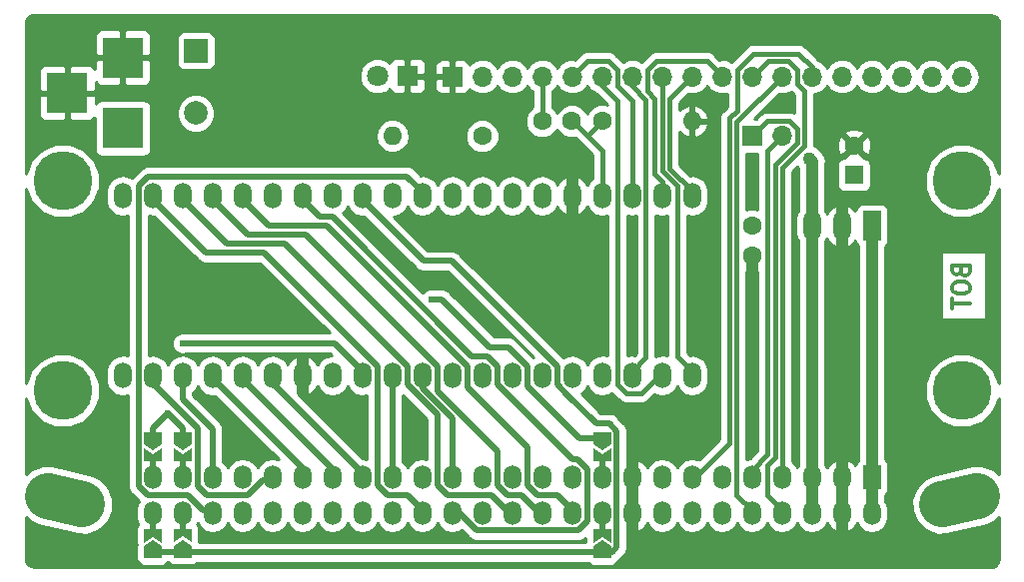
<source format=gbr>
G04 #@! TF.GenerationSoftware,KiCad,Pcbnew,(5.0.0-rc3-dev)*
G04 #@! TF.CreationDate,2019-06-23T04:24:38+02:00*
G04 #@! TF.ProjectId,Lawo 28x13 Interface,4C61776F20323878313320496E746572,1.1.2*
G04 #@! TF.SameCoordinates,Original*
G04 #@! TF.FileFunction,Copper,L2,Bot,Signal*
G04 #@! TF.FilePolarity,Positive*
%FSLAX46Y46*%
G04 Gerber Fmt 4.6, Leading zero omitted, Abs format (unit mm)*
G04 Created by KiCad (PCBNEW (5.0.0-rc3-dev)) date 2019 June 23, Sunday 04:24:38*
%MOMM*%
%LPD*%
G01*
G04 APERTURE LIST*
G04 #@! TA.AperFunction,NonConductor*
%ADD10C,0.300000*%
G04 #@! TD*
G04 #@! TA.AperFunction,SMDPad,CuDef*
%ADD11C,0.300000*%
G04 #@! TD*
G04 #@! TA.AperFunction,Conductor*
%ADD12C,0.100000*%
G04 #@! TD*
G04 #@! TA.AperFunction,ComponentPad*
%ADD13C,1.600000*%
G04 #@! TD*
G04 #@! TA.AperFunction,ComponentPad*
%ADD14C,1.800000*%
G04 #@! TD*
G04 #@! TA.AperFunction,ComponentPad*
%ADD15R,1.800000X1.800000*%
G04 #@! TD*
G04 #@! TA.AperFunction,ComponentPad*
%ADD16O,1.600000X1.600000*%
G04 #@! TD*
G04 #@! TA.AperFunction,ComponentPad*
%ADD17O,1.501140X2.199640*%
G04 #@! TD*
G04 #@! TA.AperFunction,ComponentPad*
%ADD18R,2.000000X2.000000*%
G04 #@! TD*
G04 #@! TA.AperFunction,ComponentPad*
%ADD19C,2.000000*%
G04 #@! TD*
G04 #@! TA.AperFunction,ComponentPad*
%ADD20C,3.900000*%
G04 #@! TD*
G04 #@! TA.AperFunction,Conductor*
%ADD21C,3.900000*%
G04 #@! TD*
G04 #@! TA.AperFunction,ComponentPad*
%ADD22O,1.500000X2.000000*%
G04 #@! TD*
G04 #@! TA.AperFunction,ComponentPad*
%ADD23R,1.500000X2.000000*%
G04 #@! TD*
G04 #@! TA.AperFunction,ComponentPad*
%ADD24C,5.000000*%
G04 #@! TD*
G04 #@! TA.AperFunction,ComponentPad*
%ADD25R,3.500120X3.500120*%
G04 #@! TD*
G04 #@! TA.AperFunction,ComponentPad*
%ADD26R,1.600000X1.600000*%
G04 #@! TD*
G04 #@! TA.AperFunction,ComponentPad*
%ADD27O,1.700000X1.700000*%
G04 #@! TD*
G04 #@! TA.AperFunction,ComponentPad*
%ADD28R,1.700000X1.700000*%
G04 #@! TD*
G04 #@! TA.AperFunction,ComponentPad*
%ADD29R,1.500000X2.500000*%
G04 #@! TD*
G04 #@! TA.AperFunction,ComponentPad*
%ADD30O,1.500000X2.500000*%
G04 #@! TD*
G04 #@! TA.AperFunction,ViaPad*
%ADD31C,0.600000*%
G04 #@! TD*
G04 #@! TA.AperFunction,ViaPad*
%ADD32C,1.100000*%
G04 #@! TD*
G04 #@! TA.AperFunction,Conductor*
%ADD33C,1.000000*%
G04 #@! TD*
G04 #@! TA.AperFunction,Conductor*
%ADD34C,0.400000*%
G04 #@! TD*
G04 #@! TA.AperFunction,Conductor*
%ADD35C,0.500000*%
G04 #@! TD*
G04 #@! TA.AperFunction,Conductor*
%ADD36C,0.254000*%
G04 #@! TD*
G04 APERTURE END LIST*
D10*
X185312857Y-110510000D02*
X185384285Y-110724285D01*
X185455714Y-110795714D01*
X185598571Y-110867142D01*
X185812857Y-110867142D01*
X185955714Y-110795714D01*
X186027142Y-110724285D01*
X186098571Y-110581428D01*
X186098571Y-110010000D01*
X184598571Y-110010000D01*
X184598571Y-110510000D01*
X184670000Y-110652857D01*
X184741428Y-110724285D01*
X184884285Y-110795714D01*
X185027142Y-110795714D01*
X185170000Y-110724285D01*
X185241428Y-110652857D01*
X185312857Y-110510000D01*
X185312857Y-110010000D01*
X184598571Y-111795714D02*
X184598571Y-112081428D01*
X184670000Y-112224285D01*
X184812857Y-112367142D01*
X185098571Y-112438571D01*
X185598571Y-112438571D01*
X185884285Y-112367142D01*
X186027142Y-112224285D01*
X186098571Y-112081428D01*
X186098571Y-111795714D01*
X186027142Y-111652857D01*
X185884285Y-111510000D01*
X185598571Y-111438571D01*
X185098571Y-111438571D01*
X184812857Y-111510000D01*
X184670000Y-111652857D01*
X184598571Y-111795714D01*
X184598571Y-112867142D02*
X184598571Y-113724285D01*
X186098571Y-113295714D02*
X184598571Y-113295714D01*
D11*
G04 #@! TO.P,J5,2*
G04 #@! TO.N,Net-(I1-Pad48)*
X119380000Y-132879000D03*
D12*
G04 #@! TD*
G04 #@! TO.N,Net-(I1-Pad48)*
G04 #@! TO.C,J5*
G36*
X120130000Y-132379000D02*
X120130000Y-133529000D01*
X119380000Y-133029000D01*
X118630000Y-133529000D01*
X118630000Y-132379000D01*
X120130000Y-132379000D01*
X120130000Y-132379000D01*
G37*
D11*
G04 #@! TO.P,J5,1*
G04 #@! TO.N,SET_X*
X119380000Y-134329000D03*
D12*
G04 #@! TD*
G04 #@! TO.N,SET_X*
G04 #@! TO.C,J5*
G36*
X119380000Y-133329000D02*
X120130000Y-133829000D01*
X120130000Y-134829000D01*
X118630000Y-134829000D01*
X118630000Y-133829000D01*
X119380000Y-133329000D01*
X119380000Y-133329000D01*
G37*
D11*
G04 #@! TO.P,J1,2*
G04 #@! TO.N,Net-(I1-Pad19)*
X154940000Y-126174500D03*
D12*
G04 #@! TD*
G04 #@! TO.N,Net-(I1-Pad19)*
G04 #@! TO.C,J1*
G36*
X154190000Y-126674500D02*
X154190000Y-125524500D01*
X154940000Y-126024500D01*
X155690000Y-125524500D01*
X155690000Y-126674500D01*
X154190000Y-126674500D01*
X154190000Y-126674500D01*
G37*
D11*
G04 #@! TO.P,J1,1*
G04 #@! TO.N,RESET_X*
X154940000Y-124724500D03*
D12*
G04 #@! TD*
G04 #@! TO.N,RESET_X*
G04 #@! TO.C,J1*
G36*
X154940000Y-125724500D02*
X154190000Y-125224500D01*
X154190000Y-124224500D01*
X155690000Y-124224500D01*
X155690000Y-125224500D01*
X154940000Y-125724500D01*
X154940000Y-125724500D01*
G37*
D11*
G04 #@! TO.P,J4,2*
G04 #@! TO.N,Net-(I1-Pad20)*
X154940000Y-132905500D03*
D12*
G04 #@! TD*
G04 #@! TO.N,Net-(I1-Pad20)*
G04 #@! TO.C,J4*
G36*
X155690000Y-132405500D02*
X155690000Y-133555500D01*
X154940000Y-133055500D01*
X154190000Y-133555500D01*
X154190000Y-132405500D01*
X155690000Y-132405500D01*
X155690000Y-132405500D01*
G37*
D11*
G04 #@! TO.P,J4,1*
G04 #@! TO.N,SET_X*
X154940000Y-134355500D03*
D12*
G04 #@! TD*
G04 #@! TO.N,SET_X*
G04 #@! TO.C,J4*
G36*
X154940000Y-133355500D02*
X155690000Y-133855500D01*
X155690000Y-134855500D01*
X154190000Y-134855500D01*
X154190000Y-133855500D01*
X154940000Y-133355500D01*
X154940000Y-133355500D01*
G37*
D11*
G04 #@! TO.P,J3,1*
G04 #@! TO.N,RESET_X*
X116840000Y-124724500D03*
D12*
G04 #@! TD*
G04 #@! TO.N,RESET_X*
G04 #@! TO.C,J3*
G36*
X116840000Y-125724500D02*
X116090000Y-125224500D01*
X116090000Y-124224500D01*
X117590000Y-124224500D01*
X117590000Y-125224500D01*
X116840000Y-125724500D01*
X116840000Y-125724500D01*
G37*
D11*
G04 #@! TO.P,J3,2*
G04 #@! TO.N,Net-(I1-Pad49)*
X116840000Y-126174500D03*
D12*
G04 #@! TD*
G04 #@! TO.N,Net-(I1-Pad49)*
G04 #@! TO.C,J3*
G36*
X116090000Y-126674500D02*
X116090000Y-125524500D01*
X116840000Y-126024500D01*
X117590000Y-125524500D01*
X117590000Y-126674500D01*
X116090000Y-126674500D01*
X116090000Y-126674500D01*
G37*
D11*
G04 #@! TO.P,J2,1*
G04 #@! TO.N,RESET_X*
X119380000Y-124724500D03*
D12*
G04 #@! TD*
G04 #@! TO.N,RESET_X*
G04 #@! TO.C,J2*
G36*
X119380000Y-125724500D02*
X118630000Y-125224500D01*
X118630000Y-124224500D01*
X120130000Y-124224500D01*
X120130000Y-125224500D01*
X119380000Y-125724500D01*
X119380000Y-125724500D01*
G37*
D11*
G04 #@! TO.P,J2,2*
G04 #@! TO.N,Net-(I1-Pad47)*
X119380000Y-126174500D03*
D12*
G04 #@! TD*
G04 #@! TO.N,Net-(I1-Pad47)*
G04 #@! TO.C,J2*
G36*
X118630000Y-126674500D02*
X118630000Y-125524500D01*
X119380000Y-126024500D01*
X120130000Y-125524500D01*
X120130000Y-126674500D01*
X118630000Y-126674500D01*
X118630000Y-126674500D01*
G37*
D11*
G04 #@! TO.P,J6,1*
G04 #@! TO.N,SET_X*
X116840000Y-134355500D03*
D12*
G04 #@! TD*
G04 #@! TO.N,SET_X*
G04 #@! TO.C,J6*
G36*
X116840000Y-133355500D02*
X117590000Y-133855500D01*
X117590000Y-134855500D01*
X116090000Y-134855500D01*
X116090000Y-133855500D01*
X116840000Y-133355500D01*
X116840000Y-133355500D01*
G37*
D11*
G04 #@! TO.P,J6,2*
G04 #@! TO.N,Net-(I1-Pad50)*
X116840000Y-132905500D03*
D12*
G04 #@! TD*
G04 #@! TO.N,Net-(I1-Pad50)*
G04 #@! TO.C,J6*
G36*
X117590000Y-132405500D02*
X117590000Y-133555500D01*
X116840000Y-133055500D01*
X116090000Y-133555500D01*
X116090000Y-132405500D01*
X117590000Y-132405500D01*
X117590000Y-132405500D01*
G37*
D13*
G04 #@! TO.P,C3,1*
G04 #@! TO.N,+5V*
X167640000Y-106680000D03*
G04 #@! TO.P,C3,2*
G04 #@! TO.N,GND*
X167640000Y-109180000D03*
G04 #@! TD*
D14*
G04 #@! TO.P,LED1,2*
G04 #@! TO.N,Net-(LED1-Pad2)*
X135890000Y-93980000D03*
D15*
G04 #@! TO.P,LED1,1*
G04 #@! TO.N,GND*
X138430000Y-93980000D03*
G04 #@! TD*
D13*
G04 #@! TO.P,R2,1*
G04 #@! TO.N,+5V*
X144780000Y-99060000D03*
D16*
G04 #@! TO.P,R2,2*
G04 #@! TO.N,Net-(LED1-Pad2)*
X137160000Y-99060000D03*
G04 #@! TD*
D17*
G04 #@! TO.P,IC1,40*
G04 #@! TO.N,SET_4*
X114300000Y-104140000D03*
G04 #@! TO.P,IC1,39*
G04 #@! TO.N,SET_6*
X116840000Y-104140000D03*
G04 #@! TO.P,IC1,38*
G04 #@! TO.N,SET_3*
X119380000Y-104140000D03*
G04 #@! TO.P,IC1,37*
G04 #@! TO.N,SET_2*
X121920000Y-104140000D03*
G04 #@! TO.P,IC1,36*
G04 #@! TO.N,SET_1*
X124460000Y-104140000D03*
G04 #@! TO.P,IC1,35*
G04 #@! TO.N,+24V*
X127000000Y-104140000D03*
G04 #@! TO.P,IC1,34*
G04 #@! TO.N,SET_5*
X129540000Y-104140000D03*
G04 #@! TO.P,IC1,33*
G04 #@! TO.N,SET_7*
X132080000Y-104140000D03*
G04 #@! TO.P,IC1,32*
G04 #@! TO.N,SET_X*
X134620000Y-104140000D03*
G04 #@! TO.P,IC1,31*
G04 #@! TO.N,SET_12*
X137160000Y-104140000D03*
G04 #@! TO.P,IC1,30*
G04 #@! TO.N,SET_13*
X139700000Y-104140000D03*
G04 #@! TO.P,IC1,29*
G04 #@! TO.N,SET_11*
X142240000Y-104140000D03*
G04 #@! TO.P,IC1,28*
G04 #@! TO.N,SET_10*
X144780000Y-104140000D03*
G04 #@! TO.P,IC1,27*
G04 #@! TO.N,SET_9*
X147320000Y-104140000D03*
G04 #@! TO.P,IC1,26*
G04 #@! TO.N,SET_8*
X149860000Y-104140000D03*
G04 #@! TO.P,IC1,25*
G04 #@! TO.N,GND*
X152400000Y-104140000D03*
G04 #@! TO.P,IC1,24*
G04 #@! TO.N,Net-(C1-Pad2)*
X154940000Y-104140000D03*
G04 #@! TO.P,IC1,23*
G04 #@! TO.N,ROW_DATA*
X157480000Y-104140000D03*
G04 #@! TO.P,IC1,22*
G04 #@! TO.N,ROW_B1*
X160020000Y-104140000D03*
G04 #@! TO.P,IC1,21*
G04 #@! TO.N,ROW_B0*
X162560000Y-104140000D03*
G04 #@! TO.P,IC1,20*
G04 #@! TO.N,ROW_A2*
X162560000Y-119380000D03*
G04 #@! TO.P,IC1,19*
G04 #@! TO.N,ROW_A0*
X160020000Y-119380000D03*
G04 #@! TO.P,IC1,18*
G04 #@! TO.N,ROW_A1*
X157480000Y-119380000D03*
G04 #@! TO.P,IC1,17*
G04 #@! TO.N,+5V*
X154940000Y-119380000D03*
G04 #@! TO.P,IC1,16*
G04 #@! TO.N,RESET_1*
X152400000Y-119380000D03*
G04 #@! TO.P,IC1,15*
G04 #@! TO.N,RESET_2*
X149860000Y-119380000D03*
G04 #@! TO.P,IC1,14*
G04 #@! TO.N,RESET_3*
X147320000Y-119380000D03*
G04 #@! TO.P,IC1,13*
G04 #@! TO.N,RESET_4*
X144780000Y-119380000D03*
G04 #@! TO.P,IC1,12*
G04 #@! TO.N,RESET_6*
X142240000Y-119380000D03*
G04 #@! TO.P,IC1,11*
G04 #@! TO.N,RESET_5*
X139700000Y-119380000D03*
G04 #@! TO.P,IC1,10*
G04 #@! TO.N,RESET_7*
X137160000Y-119380000D03*
G04 #@! TO.P,IC1,9*
G04 #@! TO.N,RESET_X*
X134620000Y-119380000D03*
G04 #@! TO.P,IC1,8*
G04 #@! TO.N,RESET_12*
X132080000Y-119380000D03*
G04 #@! TO.P,IC1,7*
G04 #@! TO.N,GND*
X129540000Y-119380000D03*
G04 #@! TO.P,IC1,6*
G04 #@! TO.N,RESET_8*
X127000000Y-119380000D03*
G04 #@! TO.P,IC1,5*
G04 #@! TO.N,RESET_9*
X124460000Y-119380000D03*
G04 #@! TO.P,IC1,4*
G04 #@! TO.N,RESET_10*
X121920000Y-119380000D03*
G04 #@! TO.P,IC1,3*
G04 #@! TO.N,RESET_13*
X119380000Y-119380000D03*
G04 #@! TO.P,IC1,2*
G04 #@! TO.N,RESET_11*
X116840000Y-119380000D03*
G04 #@! TO.P,IC1,1*
G04 #@! TO.N,Net-(IC1-Pad1)*
X114300000Y-119380000D03*
G04 #@! TD*
D18*
G04 #@! TO.P,PWR_SW1,1*
G04 #@! TO.N,VIN*
X120500000Y-91838000D03*
D19*
G04 #@! TO.P,PWR_SW1,2*
G04 #@! TO.N,+24V*
X120500000Y-97138000D03*
G04 #@! TD*
D20*
G04 #@! TO.P,I1,*
G04 #@! TO.N,*
X185216800Y-129921000D03*
D21*
G04 #@! TD*
G04 #@! TO.N,*
G04 #@! TO.C,I1*
X183758858Y-130273713D02*
X186674742Y-129568287D01*
D20*
G04 #@! TO.P,I1,*
G04 #@! TO.N,*
X109423200Y-129921000D03*
D21*
G04 #@! TD*
G04 #@! TO.N,*
G04 #@! TO.C,I1*
X110881142Y-130273713D02*
X107965258Y-129568287D01*
D22*
G04 #@! TO.P,I1,42*
G04 #@! TO.N,SET_11*
X127000000Y-131060000D03*
G04 #@! TO.P,I1,41*
G04 #@! TO.N,RESET_11*
X127000000Y-128020000D03*
G04 #@! TO.P,I1,43*
G04 #@! TO.N,RESET_12*
X124460000Y-128020000D03*
G04 #@! TO.P,I1,44*
G04 #@! TO.N,SET_12*
X124460000Y-131060000D03*
G04 #@! TO.P,I1,46*
G04 #@! TO.N,SET_13*
X121920000Y-131060000D03*
G04 #@! TO.P,I1,45*
G04 #@! TO.N,RESET_13*
X121920000Y-128020000D03*
G04 #@! TO.P,I1,49*
G04 #@! TO.N,Net-(I1-Pad49)*
X116840000Y-128020000D03*
G04 #@! TO.P,I1,50*
G04 #@! TO.N,Net-(I1-Pad50)*
X116840000Y-131060000D03*
G04 #@! TO.P,I1,48*
G04 #@! TO.N,Net-(I1-Pad48)*
X119380000Y-131060000D03*
G04 #@! TO.P,I1,47*
G04 #@! TO.N,Net-(I1-Pad47)*
X119380000Y-128020000D03*
G04 #@! TO.P,I1,37*
G04 #@! TO.N,RESET_9*
X132080000Y-128020000D03*
G04 #@! TO.P,I1,38*
G04 #@! TO.N,SET_9*
X132080000Y-131060000D03*
G04 #@! TO.P,I1,40*
G04 #@! TO.N,SET_10*
X129540000Y-131060000D03*
G04 #@! TO.P,I1,39*
G04 #@! TO.N,RESET_10*
X129540000Y-128020000D03*
G04 #@! TO.P,I1,35*
G04 #@! TO.N,RESET_8*
X134620000Y-128020000D03*
G04 #@! TO.P,I1,36*
G04 #@! TO.N,SET_8*
X134620000Y-131060000D03*
G04 #@! TO.P,I1,34*
G04 #@! TO.N,SET_7*
X137160000Y-131060000D03*
G04 #@! TO.P,I1,33*
G04 #@! TO.N,RESET_7*
X137160000Y-128020000D03*
G04 #@! TO.P,I1,31*
G04 #@! TO.N,RESET_6*
X139700000Y-128020000D03*
G04 #@! TO.P,I1,32*
G04 #@! TO.N,SET_6*
X139700000Y-131060000D03*
G04 #@! TO.P,I1,27*
G04 #@! TO.N,RESET_4*
X144780000Y-128020000D03*
G04 #@! TO.P,I1,28*
G04 #@! TO.N,SET_4*
X144780000Y-131060000D03*
G04 #@! TO.P,I1,30*
G04 #@! TO.N,SET_5*
X142240000Y-131060000D03*
G04 #@! TO.P,I1,29*
G04 #@! TO.N,RESET_5*
X142240000Y-128020000D03*
G04 #@! TO.P,I1,25*
G04 #@! TO.N,RESET_3*
X147320000Y-128020000D03*
G04 #@! TO.P,I1,26*
G04 #@! TO.N,SET_3*
X147320000Y-131060000D03*
G04 #@! TO.P,I1,24*
G04 #@! TO.N,SET_2*
X149860000Y-131060000D03*
G04 #@! TO.P,I1,23*
G04 #@! TO.N,RESET_2*
X149860000Y-128020000D03*
G04 #@! TO.P,I1,21*
G04 #@! TO.N,RESET_1*
X152400000Y-128020000D03*
G04 #@! TO.P,I1,22*
G04 #@! TO.N,SET_1*
X152400000Y-131060000D03*
G04 #@! TO.P,I1,20*
G04 #@! TO.N,Net-(I1-Pad20)*
X154940000Y-131060000D03*
G04 #@! TO.P,I1,19*
G04 #@! TO.N,Net-(I1-Pad19)*
X154940000Y-128020000D03*
G04 #@! TO.P,I1,17*
G04 #@! TO.N,GND*
X157480000Y-128020000D03*
G04 #@! TO.P,I1,18*
X157480000Y-131060000D03*
G04 #@! TO.P,I1,16*
G04 #@! TO.N,COL_A0*
X160020000Y-131060000D03*
G04 #@! TO.P,I1,15*
G04 #@! TO.N,COL_A1*
X160020000Y-128020000D03*
G04 #@! TO.P,I1,13*
G04 #@! TO.N,COL_DATA*
X162560000Y-128020000D03*
G04 #@! TO.P,I1,14*
G04 #@! TO.N,COL_A2*
X162560000Y-131060000D03*
G04 #@! TO.P,I1,12*
G04 #@! TO.N,COL_B0*
X165100000Y-131060000D03*
G04 #@! TO.P,I1,11*
G04 #@! TO.N,COL_B1*
X165100000Y-128020000D03*
G04 #@! TO.P,I1,9*
G04 #@! TO.N,COL_ENABLE_C*
X167640000Y-128020000D03*
G04 #@! TO.P,I1,10*
G04 #@! TO.N,COL_ENABLE_D*
X167640000Y-131060000D03*
G04 #@! TO.P,I1,8*
G04 #@! TO.N,COL_ENABLE_B*
X170180000Y-131060000D03*
G04 #@! TO.P,I1,7*
G04 #@! TO.N,COL_ENABLE_A*
X170180000Y-128020000D03*
D23*
G04 #@! TO.P,I1,1*
G04 #@! TO.N,+24V*
X177800000Y-128020000D03*
D22*
G04 #@! TO.P,I1,2*
X177800000Y-131060000D03*
G04 #@! TO.P,I1,3*
G04 #@! TO.N,GND*
X175260000Y-128020000D03*
G04 #@! TO.P,I1,4*
X175260000Y-131060000D03*
G04 #@! TO.P,I1,5*
G04 #@! TO.N,+5V*
X172720000Y-128020000D03*
G04 #@! TO.P,I1,6*
X172720000Y-131060000D03*
G04 #@! TD*
D24*
G04 #@! TO.P,MTH4,1*
G04 #@! TO.N,N/C*
X109220000Y-120650000D03*
G04 #@! TD*
G04 #@! TO.P,MTH2,1*
G04 #@! TO.N,N/C*
X185420000Y-102870000D03*
G04 #@! TD*
G04 #@! TO.P,MTH3,1*
G04 #@! TO.N,N/C*
X185420000Y-120650000D03*
G04 #@! TD*
G04 #@! TO.P,MTH1,1*
G04 #@! TO.N,N/C*
X109220000Y-102870000D03*
G04 #@! TD*
D25*
G04 #@! TO.P,PWR1,1*
G04 #@! TO.N,VIN*
X114300000Y-98402140D03*
G04 #@! TO.P,PWR1,2*
G04 #@! TO.N,GND*
X114300000Y-92402660D03*
G04 #@! TO.P,PWR1,3*
X109601000Y-95402400D03*
G04 #@! TD*
D13*
G04 #@! TO.P,C1,1*
G04 #@! TO.N,ROW_ENABLE*
X149860000Y-97790000D03*
G04 #@! TO.P,C1,2*
G04 #@! TO.N,Net-(C1-Pad2)*
X152360000Y-97790000D03*
G04 #@! TD*
G04 #@! TO.P,C2,2*
G04 #@! TO.N,GND*
X176276000Y-99862000D03*
D26*
G04 #@! TO.P,C2,1*
G04 #@! TO.N,+24V*
X176276000Y-102362000D03*
G04 #@! TD*
D27*
G04 #@! TO.P,I2,18*
G04 #@! TO.N,COL_B1*
X185420000Y-94043500D03*
G04 #@! TO.P,I2,17*
G04 #@! TO.N,COL_B0*
X182880000Y-94043500D03*
G04 #@! TO.P,I2,16*
G04 #@! TO.N,COL_A2*
X180340000Y-94043500D03*
G04 #@! TO.P,I2,15*
G04 #@! TO.N,COL_A1*
X177800000Y-94043500D03*
G04 #@! TO.P,I2,14*
G04 #@! TO.N,COL_A0*
X175260000Y-94043500D03*
G04 #@! TO.P,I2,13*
G04 #@! TO.N,COL_DATA*
X172720000Y-94043500D03*
G04 #@! TO.P,I2,12*
G04 #@! TO.N,COL_ENABLE_D*
X170180000Y-94043500D03*
G04 #@! TO.P,I2,11*
G04 #@! TO.N,COL_ENABLE_A*
X167640000Y-94043500D03*
G04 #@! TO.P,I2,10*
G04 #@! TO.N,ROW_B1*
X165100000Y-94043500D03*
G04 #@! TO.P,I2,9*
G04 #@! TO.N,ROW_B0*
X162560000Y-94043500D03*
G04 #@! TO.P,I2,8*
G04 #@! TO.N,ROW_A2*
X160020000Y-94043500D03*
G04 #@! TO.P,I2,7*
G04 #@! TO.N,ROW_A1*
X157480000Y-94043500D03*
G04 #@! TO.P,I2,6*
G04 #@! TO.N,ROW_A0*
X154940000Y-94043500D03*
G04 #@! TO.P,I2,5*
G04 #@! TO.N,ROW_DATA*
X152400000Y-94043500D03*
G04 #@! TO.P,I2,4*
G04 #@! TO.N,ROW_ENABLE*
X149860000Y-94043500D03*
G04 #@! TO.P,I2,3*
G04 #@! TO.N,VIN*
X147320000Y-94043500D03*
G04 #@! TO.P,I2,2*
G04 #@! TO.N,+5V*
X144780000Y-94043500D03*
D28*
G04 #@! TO.P,I2,1*
G04 #@! TO.N,GND*
X142240000Y-94043500D03*
G04 #@! TD*
D16*
G04 #@! TO.P,R1,2*
G04 #@! TO.N,GND*
X162560000Y-97790000D03*
D13*
G04 #@! TO.P,R1,1*
G04 #@! TO.N,Net-(C1-Pad2)*
X154940000Y-97790000D03*
G04 #@! TD*
D29*
G04 #@! TO.P,U1,1*
G04 #@! TO.N,+24V*
X177800000Y-106680000D03*
D30*
G04 #@! TO.P,U1,2*
G04 #@! TO.N,GND*
X175260000Y-106680000D03*
G04 #@! TO.P,U1,3*
G04 #@! TO.N,+5V*
X172720000Y-106680000D03*
G04 #@! TD*
D28*
G04 #@! TO.P,I3,1*
G04 #@! TO.N,COL_ENABLE_B*
X167640000Y-99060000D03*
D27*
G04 #@! TO.P,I3,2*
G04 #@! TO.N,COL_ENABLE_C*
X170180000Y-99060000D03*
G04 #@! TD*
D31*
G04 #@! TO.N,GND*
X160020000Y-106680000D03*
X157480000Y-106680000D03*
X152400000Y-106680000D03*
X175260000Y-125730000D03*
X138430000Y-122174000D03*
X134620000Y-125730000D03*
X138430000Y-125730000D03*
X143510000Y-133286500D03*
X124460000Y-125730000D03*
X160020000Y-116840000D03*
X139700000Y-106680000D03*
X121920000Y-122174000D03*
X143510000Y-106680000D03*
X146050000Y-106680000D03*
X148590000Y-106680000D03*
X148590000Y-96012000D03*
X133350000Y-122174000D03*
X163830000Y-116840000D03*
X163830000Y-106680000D03*
X175260000Y-119380000D03*
X151130000Y-96012000D03*
X175260000Y-109220000D03*
X154940000Y-116840000D03*
X175260000Y-104140000D03*
X125730000Y-113030000D03*
X125730000Y-114300000D03*
X124460000Y-114300000D03*
X119380000Y-114300000D03*
X118110000Y-114300000D03*
X118110000Y-113030000D03*
X118110000Y-115570000D03*
X121920000Y-111760000D03*
X120650000Y-110490000D03*
X123190000Y-110490000D03*
X121920000Y-110490000D03*
X152400000Y-116840000D03*
X125730000Y-115570000D03*
X167640000Y-116840000D03*
X167640000Y-104140000D03*
X147320000Y-96012000D03*
X147955000Y-96774000D03*
X175260000Y-96139000D03*
X134620000Y-106680000D03*
X139700000Y-111252000D03*
X171323000Y-125730000D03*
X170180000Y-96139000D03*
X171323000Y-104140000D03*
D32*
G04 #@! TO.N,+5V*
X172478614Y-101011990D03*
D31*
G04 #@! TO.N,RESET_X*
X118110000Y-122555010D03*
X140461996Y-112903000D03*
X119380000Y-116649500D03*
G04 #@! TD*
D33*
G04 #@! TO.N,GND*
X175260000Y-130810000D02*
X175260000Y-128270000D01*
X157480000Y-130810000D02*
X157480000Y-128270000D01*
X175260000Y-109039000D02*
X175260000Y-128270000D01*
X175260000Y-107039000D02*
X175260000Y-109039000D01*
X157480000Y-128270000D02*
X157480000Y-125984000D01*
X157480000Y-130810000D02*
X157480000Y-133096000D01*
X175260000Y-130810000D02*
X175260000Y-133096000D01*
X152400000Y-104140000D02*
X152400000Y-102616000D01*
X152400000Y-104140000D02*
X152400000Y-105664000D01*
X129540000Y-119380000D02*
X129540000Y-117983000D01*
X175260000Y-107039000D02*
X175260000Y-105092500D01*
X129540000Y-119507000D02*
X129540000Y-120777000D01*
X167640000Y-109180000D02*
X167640000Y-110311370D01*
G04 #@! TO.N,+24V*
X177800000Y-128270000D02*
X177800000Y-130810000D01*
X177800000Y-109039000D02*
X177800000Y-128270000D01*
X177800000Y-107039000D02*
X177800000Y-109039000D01*
G04 #@! TO.N,+5V*
X172720000Y-128270000D02*
X172720000Y-130810000D01*
X172558624Y-101092000D02*
X172478614Y-101011990D01*
X172593000Y-101092000D02*
X172558624Y-101092000D01*
X172720000Y-101219000D02*
X172593000Y-101092000D01*
X172720000Y-128270000D02*
X172720000Y-101219000D01*
D34*
G04 #@! TO.N,ROW_ENABLE*
X149860000Y-97750000D02*
X149900000Y-97790000D01*
X149860000Y-94043500D02*
X149860000Y-97790000D01*
D35*
G04 #@! TO.N,RESET_11*
X116840000Y-120015000D02*
X116840000Y-119380000D01*
X120650000Y-123825000D02*
X116840000Y-120015000D01*
X121412000Y-129540000D02*
X120650000Y-128778000D01*
X120650000Y-128778000D02*
X120650000Y-123825000D01*
X124887070Y-129540000D02*
X121412000Y-129540000D01*
X126157070Y-128270000D02*
X124887070Y-129540000D01*
X127000000Y-128270000D02*
X126157070Y-128270000D01*
G04 #@! TO.N,RESET_12*
X124460000Y-127349250D02*
X124460000Y-128270000D01*
X132080000Y-119380000D02*
X132080000Y-119729250D01*
G04 #@! TO.N,RESET_13*
X121920000Y-123952000D02*
X119380000Y-121412000D01*
X119380000Y-121412000D02*
X119380000Y-119380000D01*
X121920000Y-128270000D02*
X121920000Y-123952000D01*
G04 #@! TO.N,SET_13*
X139700000Y-103790750D02*
X139700000Y-104140000D01*
X138399420Y-102490170D02*
X139700000Y-103790750D01*
X116442704Y-102490170D02*
X138399420Y-102490170D01*
X115639420Y-128766490D02*
X115639420Y-103293454D01*
X115639420Y-103293454D02*
X116442704Y-102490170D01*
X116412930Y-129540000D02*
X115639420Y-128766490D01*
X119807070Y-129540000D02*
X116412930Y-129540000D01*
X121077070Y-130810000D02*
X119807070Y-129540000D01*
X121920000Y-130810000D02*
X121077070Y-130810000D01*
G04 #@! TO.N,RESET_9*
X124460000Y-119729250D02*
X124460000Y-119380000D01*
X132080000Y-128270000D02*
X132080000Y-127349250D01*
X132080000Y-127349250D02*
X124460000Y-119729250D01*
G04 #@! TO.N,RESET_10*
X129540000Y-127254000D02*
X129540000Y-128270000D01*
X121920000Y-119634000D02*
X129540000Y-127254000D01*
X121920000Y-119380000D02*
X121920000Y-119634000D01*
G04 #@! TO.N,RESET_8*
X127000000Y-120015000D02*
X127000000Y-119380000D01*
X134620000Y-127635000D02*
X127000000Y-120015000D01*
X134620000Y-128270000D02*
X134620000Y-127635000D01*
G04 #@! TO.N,RESET_7*
X137160000Y-119380000D02*
X137160000Y-128270000D01*
G04 #@! TO.N,SET_6*
X138430000Y-129540000D02*
X139700000Y-130810000D01*
X136732930Y-129540000D02*
X138430000Y-129540000D01*
X126253126Y-108966000D02*
X135890000Y-118602874D01*
X116840000Y-104140000D02*
X116840000Y-104489250D01*
X135890000Y-118602874D02*
X135890000Y-128697070D01*
X135890000Y-128697070D02*
X136732930Y-129540000D01*
X121316750Y-108966000D02*
X126253126Y-108966000D01*
X116840000Y-104489250D02*
X121316750Y-108966000D01*
G04 #@! TO.N,RESET_5*
X139700000Y-119380000D02*
X139700000Y-120433464D01*
X139700000Y-120433464D02*
X142240000Y-122973464D01*
X142240000Y-122973464D02*
X142240000Y-128270000D01*
G04 #@! TO.N,SET_5*
X142557500Y-130810000D02*
X142240000Y-130810000D01*
X153670000Y-131737070D02*
X152897060Y-132510010D01*
X153670000Y-127342930D02*
X153670000Y-131737070D01*
X152819070Y-126492000D02*
X153670000Y-127342930D01*
X146119420Y-120226546D02*
X152384874Y-126492000D01*
X152384874Y-126492000D02*
X152819070Y-126492000D01*
X146119420Y-120211420D02*
X146119420Y-120226546D01*
X144257510Y-132510010D02*
X142557500Y-130810000D01*
X146050000Y-120142000D02*
X146119420Y-120211420D01*
X143891000Y-117729000D02*
X145176126Y-117729000D01*
X146050000Y-118602874D02*
X146050000Y-120142000D01*
X130968750Y-105918000D02*
X132080000Y-105918000D01*
X145176126Y-117729000D02*
X146050000Y-118602874D01*
X129540000Y-104489250D02*
X130968750Y-105918000D01*
X132080000Y-105918000D02*
X143891000Y-117729000D01*
X152897060Y-132510010D02*
X144257510Y-132510010D01*
X129540000Y-104140000D02*
X129540000Y-104489250D01*
G04 #@! TO.N,SET_3*
X119380000Y-104489250D02*
X119380000Y-104140000D01*
X123094750Y-108204000D02*
X119380000Y-104489250D01*
X138430000Y-118591964D02*
X128042036Y-108204000D01*
X140970000Y-122697126D02*
X138499420Y-120226546D01*
X128042036Y-108204000D02*
X123094750Y-108204000D01*
X138499420Y-120226546D02*
X138499420Y-120211420D01*
X138430000Y-120142000D02*
X138430000Y-118591964D01*
X140970000Y-128697070D02*
X140970000Y-122697126D01*
X145542000Y-129540000D02*
X141812930Y-129540000D01*
X138499420Y-120211420D02*
X138430000Y-120142000D01*
X141812930Y-129540000D02*
X140970000Y-128697070D01*
X146812000Y-130810000D02*
X145542000Y-129540000D01*
X147320000Y-130810000D02*
X146812000Y-130810000D01*
G04 #@! TO.N,SET_2*
X140970000Y-120713500D02*
X140970000Y-118602874D01*
X146050000Y-125793500D02*
X140970000Y-120713500D01*
X124872750Y-107442000D02*
X121920000Y-104489250D01*
X129809126Y-107442000D02*
X124872750Y-107442000D01*
X146892930Y-129540000D02*
X146050000Y-128697070D01*
X140970000Y-118602874D02*
X129809126Y-107442000D01*
X148082000Y-129540000D02*
X146892930Y-129540000D01*
X149860000Y-130810000D02*
X149352000Y-130810000D01*
X146050000Y-128697070D02*
X146050000Y-125793500D01*
X121920000Y-104489250D02*
X121920000Y-104140000D01*
X149352000Y-130810000D02*
X148082000Y-129540000D01*
G04 #@! TO.N,SET_1*
X149432930Y-129540000D02*
X151130000Y-129540000D01*
X148590000Y-128697070D02*
X149432930Y-129540000D01*
X148590000Y-125476000D02*
X148590000Y-128697070D01*
X143510000Y-120396000D02*
X148590000Y-125476000D01*
X126650750Y-106680000D02*
X131587126Y-106680000D01*
X143510000Y-118602874D02*
X143510000Y-120396000D01*
X151130000Y-129540000D02*
X152400000Y-130810000D01*
X131587126Y-106680000D02*
X143510000Y-118602874D01*
X124460000Y-104489250D02*
X126650750Y-106680000D01*
X124460000Y-104140000D02*
X124460000Y-104489250D01*
D34*
G04 #@! TO.N,COL_A1*
X160528000Y-128270000D02*
X160020000Y-128270000D01*
G04 #@! TO.N,COL_DATA*
X165735000Y-97536000D02*
X165735000Y-125095000D01*
X166350001Y-96920999D02*
X165735000Y-97536000D01*
X165735000Y-125095000D02*
X162560000Y-128270000D01*
X172720000Y-93218000D02*
X171577000Y-92075000D01*
X171577000Y-92075000D02*
X167758498Y-92075000D01*
X166350001Y-93483497D02*
X166350001Y-96920999D01*
X167758498Y-92075000D02*
X166350001Y-93483497D01*
X172720000Y-94043500D02*
X172720000Y-93218000D01*
G04 #@! TO.N,ROW_A0*
X158242000Y-120904000D02*
X159766000Y-119380000D01*
X156972000Y-120904000D02*
X158242000Y-120904000D01*
X159766000Y-119380000D02*
X160020000Y-119380000D01*
X156210000Y-120142000D02*
X156972000Y-120904000D01*
X154940000Y-94805500D02*
X156210000Y-96075500D01*
X156210000Y-96075500D02*
X156210000Y-120142000D01*
X154940000Y-93980000D02*
X154940000Y-94805500D01*
G04 #@! TO.N,ROW_A1*
X158630570Y-95979112D02*
X158630570Y-117880180D01*
X157480000Y-93980000D02*
X157480000Y-94828542D01*
X158630570Y-117880180D02*
X157480000Y-119030750D01*
X157480000Y-94828542D02*
X158630570Y-95979112D01*
X157480000Y-119030750D02*
X157480000Y-119380000D01*
G04 #@! TO.N,ROW_A2*
X160027989Y-93987989D02*
X160020000Y-93980000D01*
X160027989Y-102028886D02*
X160027989Y-93987989D01*
X161290000Y-103290897D02*
X160027989Y-102028886D01*
X161290000Y-117760750D02*
X161290000Y-103290897D01*
X162560000Y-119030750D02*
X161290000Y-117760750D01*
X162560000Y-119380000D02*
X162560000Y-119030750D01*
G04 #@! TO.N,ROW_B0*
X162560000Y-103712355D02*
X162560000Y-104140000D01*
X160655000Y-101807355D02*
X162560000Y-103712355D01*
X160655000Y-95885000D02*
X160655000Y-101807355D01*
X162560000Y-93980000D02*
X160655000Y-95885000D01*
G04 #@! TO.N,ROW_B1*
X160020000Y-102933500D02*
X160020000Y-104140000D01*
X159385000Y-102298500D02*
X160020000Y-102933500D01*
X159385000Y-95885000D02*
X159385000Y-102298500D01*
X159512000Y-92710000D02*
X158750000Y-93472000D01*
X163830000Y-92710000D02*
X159512000Y-92710000D01*
X165100000Y-93980000D02*
X163830000Y-92710000D01*
X158750000Y-95250000D02*
X159385000Y-95885000D01*
X158750000Y-93472000D02*
X158750000Y-95250000D01*
G04 #@! TO.N,ROW_DATA*
X157480000Y-96075500D02*
X157480000Y-104140000D01*
X153670000Y-92710000D02*
X155448000Y-92710000D01*
X156210000Y-94805500D02*
X157480000Y-96075500D01*
X156210000Y-93472000D02*
X156210000Y-94805500D01*
X155448000Y-92710000D02*
X156210000Y-93472000D01*
X152400000Y-93980000D02*
X153670000Y-92710000D01*
G04 #@! TO.N,Net-(C1-Pad2)*
X154940000Y-104140000D02*
X154940000Y-100330000D01*
X154140001Y-98589999D02*
X153670000Y-99060000D01*
X154940000Y-97790000D02*
X154140001Y-98589999D01*
X154940000Y-100330000D02*
X153670000Y-99060000D01*
X153670000Y-99060000D02*
X152400000Y-97790000D01*
D35*
G04 #@! TO.N,Net-(I1-Pad49)*
X116840000Y-128270000D02*
X116840000Y-126619000D01*
G04 #@! TO.N,Net-(I1-Pad50)*
X116840000Y-130810000D02*
X116840000Y-132554052D01*
G04 #@! TO.N,Net-(I1-Pad48)*
X119380000Y-130810000D02*
X119380000Y-132554052D01*
G04 #@! TO.N,Net-(I1-Pad47)*
X119380000Y-128270000D02*
X119380000Y-126619000D01*
G04 #@! TO.N,Net-(I1-Pad20)*
X154940000Y-130843948D02*
X154940000Y-132588000D01*
G04 #@! TO.N,Net-(I1-Pad19)*
X154940000Y-128270000D02*
X154940000Y-126619000D01*
G04 #@! TO.N,RESET_X*
X119380000Y-123825010D02*
X118110000Y-122555010D01*
X119380000Y-124724500D02*
X119380000Y-123825010D01*
X116840000Y-123825010D02*
X118110000Y-122555010D01*
X116840000Y-124724500D02*
X116840000Y-123825010D01*
X132238750Y-116649500D02*
X119804264Y-116649500D01*
X119804264Y-116649500D02*
X119380000Y-116649500D01*
X134620000Y-119380000D02*
X134620000Y-119030750D01*
X134620000Y-119030750D02*
X132238750Y-116649500D01*
X141351000Y-112903000D02*
X140461996Y-112903000D01*
X145415000Y-116967000D02*
X141351000Y-112903000D01*
X146954126Y-116967000D02*
X145415000Y-116967000D01*
X148590000Y-118602874D02*
X146954126Y-116967000D01*
X148590000Y-120269000D02*
X148590000Y-118602874D01*
X153045500Y-124724500D02*
X148590000Y-120269000D01*
X154940000Y-124724500D02*
X153045500Y-124724500D01*
G04 #@! TO.N,SET_X*
X117690000Y-134355500D02*
X116840000Y-134355500D01*
X119406500Y-134355500D02*
X119380000Y-134329000D01*
X154940000Y-134355500D02*
X119406500Y-134355500D01*
X116866500Y-134329000D02*
X116840000Y-134355500D01*
X119380000Y-134329000D02*
X116866500Y-134329000D01*
X155790000Y-134355500D02*
X154940000Y-134355500D01*
X156179990Y-124078078D02*
X156179990Y-133965510D01*
X155545912Y-123444000D02*
X156179990Y-124078078D01*
X151902704Y-120929830D02*
X151917830Y-120929830D01*
X156179990Y-133965510D02*
X155790000Y-134355500D01*
X134620000Y-104489250D02*
X139795250Y-109664500D01*
X151199420Y-120226546D02*
X151902704Y-120929830D01*
X151199420Y-120211420D02*
X151199420Y-120226546D01*
X151130000Y-120142000D02*
X151199420Y-120211420D01*
X154432000Y-123444000D02*
X155545912Y-123444000D01*
X151917830Y-120929830D02*
X154432000Y-123444000D01*
X151130000Y-118602874D02*
X151130000Y-120142000D01*
X139795250Y-109664500D02*
X142191626Y-109664500D01*
X142191626Y-109664500D02*
X151130000Y-118602874D01*
X134620000Y-104140000D02*
X134620000Y-104489250D01*
D34*
G04 #@! TO.N,COL_ENABLE_B*
X168890001Y-97809999D02*
X167640000Y-99060000D01*
X171430001Y-98459999D02*
X170780001Y-97809999D01*
X171430001Y-99628457D02*
X171430001Y-98459999D01*
X169579989Y-101478468D02*
X171430001Y-99628457D01*
X168910000Y-126959542D02*
X169579989Y-126289553D01*
X170180000Y-130810000D02*
X168910000Y-129540000D01*
X168910000Y-129540000D02*
X168910000Y-126959542D01*
X170780001Y-97809999D02*
X168890001Y-97809999D01*
X169579989Y-126289553D02*
X169579989Y-101478468D01*
G04 #@! TO.N,COL_ENABLE_A*
X172030012Y-99876988D02*
X170180000Y-101727000D01*
X171469999Y-93483497D02*
X171469999Y-94643501D01*
X168973500Y-92710000D02*
X170696502Y-92710000D01*
X170696502Y-92710000D02*
X171469999Y-93483497D01*
X170180000Y-125476000D02*
X170180000Y-128270000D01*
X171469999Y-94643501D02*
X172030012Y-95203513D01*
X170180000Y-101727000D02*
X170180000Y-125476000D01*
X167640000Y-94043500D02*
X168973500Y-92710000D01*
X172030012Y-95203513D02*
X172030012Y-99876988D01*
G04 #@! TO.N,COL_ENABLE_D*
X170180000Y-94043500D02*
X170180000Y-94202044D01*
X166339999Y-97883501D02*
X170180000Y-94043500D01*
X166339999Y-129509999D02*
X166339999Y-97883501D01*
X167640000Y-130810000D02*
X166339999Y-129509999D01*
G04 #@! TO.N,COL_ENABLE_C*
X167640000Y-127381000D02*
X167640000Y-128270000D01*
X168940001Y-126080999D02*
X167640000Y-127381000D01*
X170180000Y-99060000D02*
X168940001Y-100299999D01*
X168940001Y-100299999D02*
X168940001Y-126080999D01*
G04 #@! TD*
D36*
G04 #@! TO.N,GND*
G36*
X188156466Y-88868209D02*
X188329238Y-88967959D01*
X188457474Y-89120785D01*
X188536173Y-89337009D01*
X188545001Y-89437914D01*
X188545001Y-102222270D01*
X188077724Y-101094165D01*
X187195835Y-100212276D01*
X186043590Y-99735000D01*
X184796410Y-99735000D01*
X183644165Y-100212276D01*
X182762276Y-101094165D01*
X182285000Y-102246410D01*
X182285000Y-103493590D01*
X182762276Y-104645835D01*
X183644165Y-105527724D01*
X184796410Y-106005000D01*
X186043590Y-106005000D01*
X187195835Y-105527724D01*
X188077724Y-104645835D01*
X188545001Y-103517730D01*
X188545000Y-120002268D01*
X188077724Y-118874165D01*
X187195835Y-117992276D01*
X186043590Y-117515000D01*
X184796410Y-117515000D01*
X183644165Y-117992276D01*
X182762276Y-118874165D01*
X182285000Y-120026410D01*
X182285000Y-121273590D01*
X182762276Y-122425835D01*
X183644165Y-123307724D01*
X184796410Y-123785000D01*
X186043590Y-123785000D01*
X187195835Y-123307724D01*
X188077724Y-122425835D01*
X188545000Y-121297732D01*
X188545000Y-127776506D01*
X188047937Y-127318633D01*
X187082503Y-126964378D01*
X186314361Y-126995901D01*
X182903555Y-127821061D01*
X182205947Y-128144140D01*
X181509204Y-128900518D01*
X181154949Y-129865952D01*
X181197116Y-130893463D01*
X181629285Y-131826624D01*
X182385663Y-132523367D01*
X183351097Y-132877622D01*
X184119238Y-132846099D01*
X187530045Y-132020939D01*
X188227653Y-131697860D01*
X188545000Y-131353351D01*
X188545000Y-134941072D01*
X188499791Y-135197466D01*
X188400041Y-135370238D01*
X188247215Y-135498474D01*
X188030992Y-135577173D01*
X187930097Y-135586000D01*
X106739927Y-135586000D01*
X106483534Y-135540791D01*
X106310762Y-135441041D01*
X106182526Y-135288215D01*
X106103827Y-135071992D01*
X106095000Y-134971097D01*
X106095000Y-131353351D01*
X106412347Y-131697860D01*
X107109955Y-132020939D01*
X110520761Y-132846099D01*
X111288903Y-132877622D01*
X112254337Y-132523367D01*
X113010715Y-131826624D01*
X113442884Y-130893463D01*
X113485051Y-129865951D01*
X113130796Y-128900518D01*
X112434053Y-128144140D01*
X111736445Y-127821061D01*
X108325638Y-126995901D01*
X107557497Y-126964378D01*
X106592063Y-127318633D01*
X106095000Y-127776506D01*
X106095000Y-121297732D01*
X106562276Y-122425835D01*
X107444165Y-123307724D01*
X108596410Y-123785000D01*
X109843590Y-123785000D01*
X110995835Y-123307724D01*
X111877724Y-122425835D01*
X112355000Y-121273590D01*
X112355000Y-120026410D01*
X111877724Y-118874165D01*
X110995835Y-117992276D01*
X109843590Y-117515000D01*
X108596410Y-117515000D01*
X107444165Y-117992276D01*
X106562276Y-118874165D01*
X106095000Y-120002268D01*
X106095000Y-103517732D01*
X106562276Y-104645835D01*
X107444165Y-105527724D01*
X108596410Y-106005000D01*
X109843590Y-106005000D01*
X110995835Y-105527724D01*
X111877724Y-104645835D01*
X112288436Y-103654288D01*
X112914430Y-103654288D01*
X112914430Y-104625713D01*
X112994822Y-105029872D01*
X113301061Y-105488190D01*
X113759379Y-105794428D01*
X114300000Y-105901964D01*
X114754421Y-105811574D01*
X114754420Y-117708426D01*
X114300000Y-117618036D01*
X113759378Y-117725572D01*
X113301060Y-118031811D01*
X112994822Y-118490129D01*
X112914430Y-118894288D01*
X112914430Y-119865713D01*
X112994822Y-120269872D01*
X113301061Y-120728190D01*
X113759379Y-121034428D01*
X114300000Y-121141964D01*
X114754420Y-121051575D01*
X114754420Y-128679329D01*
X114737083Y-128766490D01*
X114754420Y-128853651D01*
X114754420Y-128853654D01*
X114805768Y-129111799D01*
X115001371Y-129404539D01*
X115075267Y-129453915D01*
X115677790Y-130056438D01*
X115535359Y-130269600D01*
X115455000Y-130673593D01*
X115455000Y-131446406D01*
X115535359Y-131850399D01*
X115616279Y-131971505D01*
X115491843Y-132157735D01*
X115442560Y-132405500D01*
X115442560Y-133555500D01*
X115478574Y-133674445D01*
X115442560Y-133855500D01*
X115442560Y-134855500D01*
X115491843Y-135103265D01*
X115632191Y-135313309D01*
X115842235Y-135453657D01*
X116090000Y-135502940D01*
X117590000Y-135502940D01*
X117837765Y-135453657D01*
X118047809Y-135313309D01*
X118114166Y-135214000D01*
X118123541Y-135214000D01*
X118172191Y-135286809D01*
X118382235Y-135427157D01*
X118630000Y-135476440D01*
X120130000Y-135476440D01*
X120377765Y-135427157D01*
X120587809Y-135286809D01*
X120618752Y-135240500D01*
X153683541Y-135240500D01*
X153732191Y-135313309D01*
X153942235Y-135453657D01*
X154190000Y-135502940D01*
X155690000Y-135502940D01*
X155937765Y-135453657D01*
X156147809Y-135313309D01*
X156288157Y-135103265D01*
X156291883Y-135084533D01*
X156428049Y-134993549D01*
X156477425Y-134919653D01*
X156744143Y-134652935D01*
X156818039Y-134603559D01*
X157013642Y-134310820D01*
X157064990Y-134052675D01*
X157064990Y-134052671D01*
X157082327Y-133965511D01*
X157064990Y-133878351D01*
X157064990Y-132638823D01*
X157138815Y-132652318D01*
X157353000Y-132529656D01*
X157353000Y-131187000D01*
X157333000Y-131187000D01*
X157333000Y-130933000D01*
X157353000Y-130933000D01*
X157353000Y-129590344D01*
X157265092Y-129540000D01*
X157353000Y-129489656D01*
X157353000Y-128147000D01*
X157333000Y-128147000D01*
X157333000Y-127893000D01*
X157353000Y-127893000D01*
X157353000Y-126550344D01*
X157138815Y-126427682D01*
X157064990Y-126441177D01*
X157064990Y-124165239D01*
X157082327Y-124078078D01*
X157064990Y-123990917D01*
X157064990Y-123990913D01*
X157013642Y-123732768D01*
X156818039Y-123440029D01*
X156744146Y-123390655D01*
X156233337Y-122879846D01*
X156183961Y-122805951D01*
X155891222Y-122610348D01*
X155633077Y-122559000D01*
X155633073Y-122559000D01*
X155545912Y-122541663D01*
X155458751Y-122559000D01*
X154798579Y-122559000D01*
X153140471Y-120900893D01*
X153398940Y-120728190D01*
X153670000Y-120322520D01*
X153941061Y-120728190D01*
X154399379Y-121034428D01*
X154940000Y-121141964D01*
X155480622Y-121034428D01*
X155744946Y-120857813D01*
X156323414Y-121436282D01*
X156369999Y-121506001D01*
X156646199Y-121690552D01*
X156889763Y-121739000D01*
X156972000Y-121755358D01*
X157054237Y-121739000D01*
X158159767Y-121739000D01*
X158242000Y-121755357D01*
X158324233Y-121739000D01*
X158324237Y-121739000D01*
X158567801Y-121690552D01*
X158844001Y-121506001D01*
X158890587Y-121436280D01*
X159367317Y-120959551D01*
X159479379Y-121034428D01*
X160020000Y-121141964D01*
X160560622Y-121034428D01*
X161018940Y-120728190D01*
X161290000Y-120322520D01*
X161561061Y-120728190D01*
X162019379Y-121034428D01*
X162560000Y-121141964D01*
X163100622Y-121034428D01*
X163558940Y-120728190D01*
X163865178Y-120269872D01*
X163945570Y-119865712D01*
X163945570Y-118894287D01*
X163865178Y-118490128D01*
X163558939Y-118031810D01*
X163100621Y-117725572D01*
X162560000Y-117618036D01*
X162366619Y-117656502D01*
X162125000Y-117414883D01*
X162125000Y-105815437D01*
X162560000Y-105901964D01*
X163100622Y-105794428D01*
X163558940Y-105488190D01*
X163865178Y-105029872D01*
X163945570Y-104625712D01*
X163945570Y-103654287D01*
X163865178Y-103250128D01*
X163558939Y-102791810D01*
X163100621Y-102485572D01*
X162560000Y-102378036D01*
X162432008Y-102403495D01*
X161490000Y-101461488D01*
X161490000Y-98705197D01*
X161704866Y-98942389D01*
X162210959Y-99181914D01*
X162433000Y-99060629D01*
X162433000Y-97917000D01*
X162687000Y-97917000D01*
X162687000Y-99060629D01*
X162909041Y-99181914D01*
X163415134Y-98942389D01*
X163791041Y-98527423D01*
X163951904Y-98139039D01*
X163829915Y-97917000D01*
X162687000Y-97917000D01*
X162433000Y-97917000D01*
X162413000Y-97917000D01*
X162413000Y-97663000D01*
X162433000Y-97663000D01*
X162433000Y-96519371D01*
X162687000Y-96519371D01*
X162687000Y-97663000D01*
X163829915Y-97663000D01*
X163951904Y-97440961D01*
X163791041Y-97052577D01*
X163415134Y-96637611D01*
X162909041Y-96398086D01*
X162687000Y-96519371D01*
X162433000Y-96519371D01*
X162210959Y-96398086D01*
X161704866Y-96637611D01*
X161490000Y-96874803D01*
X161490000Y-96230867D01*
X162229096Y-95491771D01*
X162413744Y-95528500D01*
X162706256Y-95528500D01*
X163139418Y-95442339D01*
X163630625Y-95114125D01*
X163830000Y-94815739D01*
X164029375Y-95114125D01*
X164520582Y-95442339D01*
X164953744Y-95528500D01*
X165246256Y-95528500D01*
X165515002Y-95475043D01*
X165515002Y-96575131D01*
X165202720Y-96887413D01*
X165132999Y-96933999D01*
X164948448Y-97210200D01*
X164900000Y-97453764D01*
X164900000Y-97453767D01*
X164883643Y-97536000D01*
X164900000Y-97618233D01*
X164900001Y-124749131D01*
X163150379Y-126498754D01*
X163100400Y-126465359D01*
X162560000Y-126357867D01*
X162019601Y-126465359D01*
X161561472Y-126771471D01*
X161290000Y-127177757D01*
X161018529Y-126771471D01*
X160560400Y-126465359D01*
X160020000Y-126357867D01*
X159479601Y-126465359D01*
X159021472Y-126771471D01*
X158741447Y-127190557D01*
X158729964Y-127148279D01*
X158396894Y-126717264D01*
X157924235Y-126446519D01*
X157821185Y-126427682D01*
X157607000Y-126550344D01*
X157607000Y-127893000D01*
X157627000Y-127893000D01*
X157627000Y-128147000D01*
X157607000Y-128147000D01*
X157607000Y-129489656D01*
X157694908Y-129540000D01*
X157607000Y-129590344D01*
X157607000Y-130933000D01*
X157627000Y-130933000D01*
X157627000Y-131187000D01*
X157607000Y-131187000D01*
X157607000Y-132529656D01*
X157821185Y-132652318D01*
X157924235Y-132633481D01*
X158396894Y-132362736D01*
X158729964Y-131931721D01*
X158741447Y-131889443D01*
X159021471Y-132308528D01*
X159479600Y-132614641D01*
X160020000Y-132722133D01*
X160560399Y-132614641D01*
X161018528Y-132308529D01*
X161290000Y-131902243D01*
X161561471Y-132308528D01*
X162019600Y-132614641D01*
X162560000Y-132722133D01*
X163100399Y-132614641D01*
X163558528Y-132308529D01*
X163830000Y-131902243D01*
X164101471Y-132308528D01*
X164559600Y-132614641D01*
X165100000Y-132722133D01*
X165640399Y-132614641D01*
X166098528Y-132308529D01*
X166370000Y-131902243D01*
X166641471Y-132308528D01*
X167099600Y-132614641D01*
X167640000Y-132722133D01*
X168180399Y-132614641D01*
X168638528Y-132308529D01*
X168910000Y-131902243D01*
X169181471Y-132308528D01*
X169639600Y-132614641D01*
X170180000Y-132722133D01*
X170720399Y-132614641D01*
X171178528Y-132308529D01*
X171450000Y-131902243D01*
X171721471Y-132308528D01*
X172179600Y-132614641D01*
X172720000Y-132722133D01*
X173260399Y-132614641D01*
X173718528Y-132308529D01*
X173998553Y-131889443D01*
X174010036Y-131931721D01*
X174343106Y-132362736D01*
X174815765Y-132633481D01*
X174918815Y-132652318D01*
X175133000Y-132529656D01*
X175133000Y-131187000D01*
X175113000Y-131187000D01*
X175113000Y-130933000D01*
X175133000Y-130933000D01*
X175133000Y-129590344D01*
X175045092Y-129540000D01*
X175133000Y-129489656D01*
X175133000Y-128147000D01*
X175113000Y-128147000D01*
X175113000Y-127893000D01*
X175133000Y-127893000D01*
X175133000Y-126550344D01*
X174918815Y-126427682D01*
X174815765Y-126446519D01*
X174343106Y-126717264D01*
X174010036Y-127148279D01*
X173998553Y-127190557D01*
X173855000Y-126975715D01*
X173855000Y-107974285D01*
X174005742Y-107748684D01*
X174029028Y-107827349D01*
X174370460Y-108249145D01*
X174847316Y-108508173D01*
X174918815Y-108522318D01*
X175133000Y-108399656D01*
X175133000Y-106807000D01*
X175113000Y-106807000D01*
X175113000Y-106553000D01*
X175133000Y-106553000D01*
X175133000Y-104960344D01*
X175387000Y-104960344D01*
X175387000Y-106553000D01*
X175407000Y-106553000D01*
X175407000Y-106807000D01*
X175387000Y-106807000D01*
X175387000Y-108399656D01*
X175601185Y-108522318D01*
X175672684Y-108508173D01*
X176149540Y-108249145D01*
X176403609Y-107935275D01*
X176451843Y-108177765D01*
X176592191Y-108387809D01*
X176665001Y-108436459D01*
X176665001Y-108927213D01*
X176665000Y-108927218D01*
X176665001Y-126513541D01*
X176592191Y-126562191D01*
X176451843Y-126772235D01*
X176404254Y-127011483D01*
X176176894Y-126717264D01*
X175704235Y-126446519D01*
X175601185Y-126427682D01*
X175387000Y-126550344D01*
X175387000Y-127893000D01*
X175407000Y-127893000D01*
X175407000Y-128147000D01*
X175387000Y-128147000D01*
X175387000Y-129489656D01*
X175474908Y-129540000D01*
X175387000Y-129590344D01*
X175387000Y-130933000D01*
X175407000Y-130933000D01*
X175407000Y-131187000D01*
X175387000Y-131187000D01*
X175387000Y-132529656D01*
X175601185Y-132652318D01*
X175704235Y-132633481D01*
X176176894Y-132362736D01*
X176509964Y-131931721D01*
X176521447Y-131889443D01*
X176801471Y-132308528D01*
X177259600Y-132614641D01*
X177800000Y-132722133D01*
X178340399Y-132614641D01*
X178798528Y-132308529D01*
X179104641Y-131850400D01*
X179185000Y-131446407D01*
X179185000Y-130673594D01*
X179104641Y-130269601D01*
X178935000Y-130015715D01*
X178935000Y-129526459D01*
X179007809Y-129477809D01*
X179148157Y-129267765D01*
X179197440Y-129020000D01*
X179197440Y-127020000D01*
X179148157Y-126772235D01*
X179007809Y-126562191D01*
X178935000Y-126513541D01*
X178935000Y-108867857D01*
X183630000Y-108867857D01*
X183630000Y-114652143D01*
X187450000Y-114652143D01*
X187450000Y-108867857D01*
X183630000Y-108867857D01*
X178935000Y-108867857D01*
X178935000Y-108436459D01*
X179007809Y-108387809D01*
X179148157Y-108177765D01*
X179197440Y-107930000D01*
X179197440Y-105430000D01*
X179148157Y-105182235D01*
X179007809Y-104972191D01*
X178797765Y-104831843D01*
X178550000Y-104782560D01*
X177050000Y-104782560D01*
X176802235Y-104831843D01*
X176592191Y-104972191D01*
X176451843Y-105182235D01*
X176403609Y-105424725D01*
X176149540Y-105110855D01*
X175672684Y-104851827D01*
X175601185Y-104837682D01*
X175387000Y-104960344D01*
X175133000Y-104960344D01*
X174918815Y-104837682D01*
X174847316Y-104851827D01*
X174370460Y-105110855D01*
X174029028Y-105532651D01*
X174005742Y-105611316D01*
X173855000Y-105385714D01*
X173855000Y-101562000D01*
X174828560Y-101562000D01*
X174828560Y-103162000D01*
X174877843Y-103409765D01*
X175018191Y-103619809D01*
X175228235Y-103760157D01*
X175476000Y-103809440D01*
X177076000Y-103809440D01*
X177323765Y-103760157D01*
X177533809Y-103619809D01*
X177674157Y-103409765D01*
X177723440Y-103162000D01*
X177723440Y-101562000D01*
X177674157Y-101314235D01*
X177533809Y-101104191D01*
X177323765Y-100963843D01*
X177089813Y-100917307D01*
X177104139Y-100869745D01*
X176276000Y-100041605D01*
X175447861Y-100869745D01*
X175462187Y-100917307D01*
X175228235Y-100963843D01*
X175018191Y-101104191D01*
X174877843Y-101314235D01*
X174828560Y-101562000D01*
X173855000Y-101562000D01*
X173855000Y-101330782D01*
X173877235Y-101218999D01*
X173793819Y-100799640D01*
X173789146Y-100776145D01*
X173538289Y-100400711D01*
X173496477Y-100372773D01*
X173483209Y-100340741D01*
X173149863Y-100007395D01*
X172877842Y-99894721D01*
X172881369Y-99876989D01*
X172865012Y-99794756D01*
X172865012Y-99645223D01*
X174829035Y-99645223D01*
X174856222Y-100215454D01*
X175022136Y-100616005D01*
X175268255Y-100690139D01*
X176096395Y-99862000D01*
X176455605Y-99862000D01*
X177283745Y-100690139D01*
X177529864Y-100616005D01*
X177722965Y-100078777D01*
X177695778Y-99508546D01*
X177529864Y-99107995D01*
X177283745Y-99033861D01*
X176455605Y-99862000D01*
X176096395Y-99862000D01*
X175268255Y-99033861D01*
X175022136Y-99107995D01*
X174829035Y-99645223D01*
X172865012Y-99645223D01*
X172865012Y-98854255D01*
X175447861Y-98854255D01*
X176276000Y-99682395D01*
X177104139Y-98854255D01*
X177030005Y-98608136D01*
X176492777Y-98415035D01*
X175922546Y-98442222D01*
X175521995Y-98608136D01*
X175447861Y-98854255D01*
X172865012Y-98854255D01*
X172865012Y-95528500D01*
X172866256Y-95528500D01*
X173299418Y-95442339D01*
X173790625Y-95114125D01*
X173990000Y-94815739D01*
X174189375Y-95114125D01*
X174680582Y-95442339D01*
X175113744Y-95528500D01*
X175406256Y-95528500D01*
X175839418Y-95442339D01*
X176330625Y-95114125D01*
X176530000Y-94815739D01*
X176729375Y-95114125D01*
X177220582Y-95442339D01*
X177653744Y-95528500D01*
X177946256Y-95528500D01*
X178379418Y-95442339D01*
X178870625Y-95114125D01*
X179070000Y-94815739D01*
X179269375Y-95114125D01*
X179760582Y-95442339D01*
X180193744Y-95528500D01*
X180486256Y-95528500D01*
X180919418Y-95442339D01*
X181410625Y-95114125D01*
X181610000Y-94815739D01*
X181809375Y-95114125D01*
X182300582Y-95442339D01*
X182733744Y-95528500D01*
X183026256Y-95528500D01*
X183459418Y-95442339D01*
X183950625Y-95114125D01*
X184150000Y-94815739D01*
X184349375Y-95114125D01*
X184840582Y-95442339D01*
X185273744Y-95528500D01*
X185566256Y-95528500D01*
X185999418Y-95442339D01*
X186490625Y-95114125D01*
X186818839Y-94622918D01*
X186934092Y-94043500D01*
X186818839Y-93464082D01*
X186490625Y-92972875D01*
X185999418Y-92644661D01*
X185566256Y-92558500D01*
X185273744Y-92558500D01*
X184840582Y-92644661D01*
X184349375Y-92972875D01*
X184150000Y-93271261D01*
X183950625Y-92972875D01*
X183459418Y-92644661D01*
X183026256Y-92558500D01*
X182733744Y-92558500D01*
X182300582Y-92644661D01*
X181809375Y-92972875D01*
X181610000Y-93271261D01*
X181410625Y-92972875D01*
X180919418Y-92644661D01*
X180486256Y-92558500D01*
X180193744Y-92558500D01*
X179760582Y-92644661D01*
X179269375Y-92972875D01*
X179070000Y-93271261D01*
X178870625Y-92972875D01*
X178379418Y-92644661D01*
X177946256Y-92558500D01*
X177653744Y-92558500D01*
X177220582Y-92644661D01*
X176729375Y-92972875D01*
X176530000Y-93271261D01*
X176330625Y-92972875D01*
X175839418Y-92644661D01*
X175406256Y-92558500D01*
X175113744Y-92558500D01*
X174680582Y-92644661D01*
X174189375Y-92972875D01*
X173990000Y-93271261D01*
X173790625Y-92972875D01*
X173374814Y-92695039D01*
X173322001Y-92615999D01*
X173252282Y-92569415D01*
X172225587Y-91542720D01*
X172179001Y-91472999D01*
X171902801Y-91288448D01*
X171659237Y-91240000D01*
X171659233Y-91240000D01*
X171577000Y-91223643D01*
X171494767Y-91240000D01*
X167840735Y-91240000D01*
X167758498Y-91223642D01*
X167676261Y-91240000D01*
X167432697Y-91288448D01*
X167156497Y-91472999D01*
X167109913Y-91542718D01*
X165876370Y-92776260D01*
X165679418Y-92644661D01*
X165246256Y-92558500D01*
X164953744Y-92558500D01*
X164875025Y-92574158D01*
X164478587Y-92177720D01*
X164432001Y-92107999D01*
X164155801Y-91923448D01*
X163912237Y-91875000D01*
X163912233Y-91875000D01*
X163830000Y-91858643D01*
X163747767Y-91875000D01*
X159594237Y-91875000D01*
X159512000Y-91858642D01*
X159429763Y-91875000D01*
X159186199Y-91923448D01*
X158909999Y-92107999D01*
X158863414Y-92177718D01*
X158261467Y-92779666D01*
X158059418Y-92644661D01*
X157626256Y-92558500D01*
X157333744Y-92558500D01*
X156900582Y-92644661D01*
X156698533Y-92779666D01*
X156096587Y-92177720D01*
X156050001Y-92107999D01*
X155773801Y-91923448D01*
X155530237Y-91875000D01*
X155530233Y-91875000D01*
X155448000Y-91858643D01*
X155365767Y-91875000D01*
X153752232Y-91875000D01*
X153669999Y-91858643D01*
X153587766Y-91875000D01*
X153587763Y-91875000D01*
X153344199Y-91923448D01*
X153067999Y-92107999D01*
X153021415Y-92177718D01*
X152624974Y-92574158D01*
X152546256Y-92558500D01*
X152253744Y-92558500D01*
X151820582Y-92644661D01*
X151329375Y-92972875D01*
X151130000Y-93271261D01*
X150930625Y-92972875D01*
X150439418Y-92644661D01*
X150006256Y-92558500D01*
X149713744Y-92558500D01*
X149280582Y-92644661D01*
X148789375Y-92972875D01*
X148590000Y-93271261D01*
X148390625Y-92972875D01*
X147899418Y-92644661D01*
X147466256Y-92558500D01*
X147173744Y-92558500D01*
X146740582Y-92644661D01*
X146249375Y-92972875D01*
X146050000Y-93271261D01*
X145850625Y-92972875D01*
X145359418Y-92644661D01*
X144926256Y-92558500D01*
X144633744Y-92558500D01*
X144200582Y-92644661D01*
X143709375Y-92972875D01*
X143694904Y-92994533D01*
X143628327Y-92833802D01*
X143449699Y-92655173D01*
X143216310Y-92558500D01*
X142525750Y-92558500D01*
X142367000Y-92717250D01*
X142367000Y-93916500D01*
X142387000Y-93916500D01*
X142387000Y-94170500D01*
X142367000Y-94170500D01*
X142367000Y-95369750D01*
X142525750Y-95528500D01*
X143216310Y-95528500D01*
X143449699Y-95431827D01*
X143628327Y-95253198D01*
X143694904Y-95092467D01*
X143709375Y-95114125D01*
X144200582Y-95442339D01*
X144633744Y-95528500D01*
X144926256Y-95528500D01*
X145359418Y-95442339D01*
X145850625Y-95114125D01*
X146050000Y-94815739D01*
X146249375Y-95114125D01*
X146740582Y-95442339D01*
X147173744Y-95528500D01*
X147466256Y-95528500D01*
X147899418Y-95442339D01*
X148390625Y-95114125D01*
X148590000Y-94815739D01*
X148789375Y-95114125D01*
X149025000Y-95271565D01*
X149025001Y-96595603D01*
X148643466Y-96977138D01*
X148425000Y-97504561D01*
X148425000Y-98075439D01*
X148643466Y-98602862D01*
X149047138Y-99006534D01*
X149574561Y-99225000D01*
X150145439Y-99225000D01*
X150672862Y-99006534D01*
X151076534Y-98602862D01*
X151110000Y-98522068D01*
X151143466Y-98602862D01*
X151547138Y-99006534D01*
X152074561Y-99225000D01*
X152645439Y-99225000D01*
X152651586Y-99222454D01*
X153021415Y-99592283D01*
X153067999Y-99662001D01*
X153137720Y-99708587D01*
X154105001Y-100675869D01*
X154105000Y-102682269D01*
X153941060Y-102791811D01*
X153654455Y-103220746D01*
X153631499Y-103143183D01*
X153289944Y-102721202D01*
X152812903Y-102462050D01*
X152741275Y-102447867D01*
X152527000Y-102570521D01*
X152527000Y-104013000D01*
X152547000Y-104013000D01*
X152547000Y-104267000D01*
X152527000Y-104267000D01*
X152527000Y-105709479D01*
X152741275Y-105832133D01*
X152812903Y-105817950D01*
X153289944Y-105558798D01*
X153631499Y-105136817D01*
X153654455Y-105059255D01*
X153941061Y-105488190D01*
X154399379Y-105794428D01*
X154940000Y-105901964D01*
X155375000Y-105815437D01*
X155375001Y-117704563D01*
X154940000Y-117618036D01*
X154399378Y-117725572D01*
X153941060Y-118031811D01*
X153670000Y-118437481D01*
X153398939Y-118031810D01*
X152940621Y-117725572D01*
X152400000Y-117618036D01*
X151859378Y-117725572D01*
X151646511Y-117867806D01*
X142879051Y-109100347D01*
X142829675Y-109026451D01*
X142536936Y-108830848D01*
X142278791Y-108779500D01*
X142278787Y-108779500D01*
X142191626Y-108762163D01*
X142104465Y-108779500D01*
X140161829Y-108779500D01*
X137263671Y-105881343D01*
X137700622Y-105794428D01*
X138158940Y-105488190D01*
X138430000Y-105082520D01*
X138701061Y-105488190D01*
X139159379Y-105794428D01*
X139700000Y-105901964D01*
X140240622Y-105794428D01*
X140698940Y-105488190D01*
X140970000Y-105082520D01*
X141241061Y-105488190D01*
X141699379Y-105794428D01*
X142240000Y-105901964D01*
X142780622Y-105794428D01*
X143238940Y-105488190D01*
X143510000Y-105082520D01*
X143781061Y-105488190D01*
X144239379Y-105794428D01*
X144780000Y-105901964D01*
X145320622Y-105794428D01*
X145778940Y-105488190D01*
X146050000Y-105082520D01*
X146321061Y-105488190D01*
X146779379Y-105794428D01*
X147320000Y-105901964D01*
X147860622Y-105794428D01*
X148318940Y-105488190D01*
X148590000Y-105082520D01*
X148861061Y-105488190D01*
X149319379Y-105794428D01*
X149860000Y-105901964D01*
X150400622Y-105794428D01*
X150858940Y-105488190D01*
X151145545Y-105059255D01*
X151168501Y-105136817D01*
X151510056Y-105558798D01*
X151987097Y-105817950D01*
X152058725Y-105832133D01*
X152273000Y-105709479D01*
X152273000Y-104267000D01*
X152253000Y-104267000D01*
X152253000Y-104013000D01*
X152273000Y-104013000D01*
X152273000Y-102570521D01*
X152058725Y-102447867D01*
X151987097Y-102462050D01*
X151510056Y-102721202D01*
X151168501Y-103143183D01*
X151145545Y-103220745D01*
X150858939Y-102791810D01*
X150400621Y-102485572D01*
X149860000Y-102378036D01*
X149319378Y-102485572D01*
X148861060Y-102791811D01*
X148590000Y-103197481D01*
X148318939Y-102791810D01*
X147860621Y-102485572D01*
X147320000Y-102378036D01*
X146779378Y-102485572D01*
X146321060Y-102791811D01*
X146050000Y-103197481D01*
X145778939Y-102791810D01*
X145320621Y-102485572D01*
X144780000Y-102378036D01*
X144239378Y-102485572D01*
X143781060Y-102791811D01*
X143510000Y-103197481D01*
X143238939Y-102791810D01*
X142780621Y-102485572D01*
X142240000Y-102378036D01*
X141699378Y-102485572D01*
X141241060Y-102791811D01*
X140970000Y-103197481D01*
X140698939Y-102791810D01*
X140240621Y-102485572D01*
X139700000Y-102378036D01*
X139565598Y-102404770D01*
X139086845Y-101926017D01*
X139037469Y-101852121D01*
X138744730Y-101656518D01*
X138486585Y-101605170D01*
X138486581Y-101605170D01*
X138399420Y-101587833D01*
X138312259Y-101605170D01*
X116529863Y-101605170D01*
X116442703Y-101587833D01*
X116355543Y-101605170D01*
X116355539Y-101605170D01*
X116097394Y-101656518D01*
X115991911Y-101727000D01*
X115878549Y-101802746D01*
X115878548Y-101802747D01*
X115804655Y-101852121D01*
X115755281Y-101926014D01*
X115075265Y-102606031D01*
X115048083Y-102624194D01*
X114840621Y-102485572D01*
X114300000Y-102378036D01*
X113759378Y-102485572D01*
X113301060Y-102791811D01*
X112994822Y-103250129D01*
X112914430Y-103654288D01*
X112288436Y-103654288D01*
X112355000Y-103493590D01*
X112355000Y-102246410D01*
X111877724Y-101094165D01*
X110995835Y-100212276D01*
X109843590Y-99735000D01*
X108596410Y-99735000D01*
X107444165Y-100212276D01*
X106562276Y-101094165D01*
X106095000Y-102222268D01*
X106095000Y-95688150D01*
X107215940Y-95688150D01*
X107215940Y-97278769D01*
X107312613Y-97512158D01*
X107491241Y-97690787D01*
X107724630Y-97787460D01*
X109315250Y-97787460D01*
X109474000Y-97628710D01*
X109474000Y-95529400D01*
X109728000Y-95529400D01*
X109728000Y-97628710D01*
X109886750Y-97787460D01*
X111477370Y-97787460D01*
X111710759Y-97690787D01*
X111889387Y-97512158D01*
X111902500Y-97480500D01*
X111902500Y-100152200D01*
X111951783Y-100399965D01*
X112092131Y-100610009D01*
X112302175Y-100750357D01*
X112549940Y-100799640D01*
X116050060Y-100799640D01*
X116297825Y-100750357D01*
X116507869Y-100610009D01*
X116648217Y-100399965D01*
X116697500Y-100152200D01*
X116697500Y-99060000D01*
X135696887Y-99060000D01*
X135808260Y-99619909D01*
X136125423Y-100094577D01*
X136600091Y-100411740D01*
X137018667Y-100495000D01*
X137301333Y-100495000D01*
X137719909Y-100411740D01*
X138194577Y-100094577D01*
X138511740Y-99619909D01*
X138623113Y-99060000D01*
X138566336Y-98774561D01*
X143345000Y-98774561D01*
X143345000Y-99345439D01*
X143563466Y-99872862D01*
X143967138Y-100276534D01*
X144494561Y-100495000D01*
X145065439Y-100495000D01*
X145592862Y-100276534D01*
X145996534Y-99872862D01*
X146215000Y-99345439D01*
X146215000Y-98774561D01*
X145996534Y-98247138D01*
X145592862Y-97843466D01*
X145065439Y-97625000D01*
X144494561Y-97625000D01*
X143967138Y-97843466D01*
X143563466Y-98247138D01*
X143345000Y-98774561D01*
X138566336Y-98774561D01*
X138511740Y-98500091D01*
X138194577Y-98025423D01*
X137719909Y-97708260D01*
X137301333Y-97625000D01*
X137018667Y-97625000D01*
X136600091Y-97708260D01*
X136125423Y-98025423D01*
X135808260Y-98500091D01*
X135696887Y-99060000D01*
X116697500Y-99060000D01*
X116697500Y-96812778D01*
X118865000Y-96812778D01*
X118865000Y-97463222D01*
X119113914Y-98064153D01*
X119573847Y-98524086D01*
X120174778Y-98773000D01*
X120825222Y-98773000D01*
X121426153Y-98524086D01*
X121886086Y-98064153D01*
X122135000Y-97463222D01*
X122135000Y-96812778D01*
X121886086Y-96211847D01*
X121426153Y-95751914D01*
X120825222Y-95503000D01*
X120174778Y-95503000D01*
X119573847Y-95751914D01*
X119113914Y-96211847D01*
X118865000Y-96812778D01*
X116697500Y-96812778D01*
X116697500Y-96652080D01*
X116648217Y-96404315D01*
X116507869Y-96194271D01*
X116297825Y-96053923D01*
X116050060Y-96004640D01*
X112549940Y-96004640D01*
X112302175Y-96053923D01*
X112092131Y-96194271D01*
X111986060Y-96353016D01*
X111986060Y-95688150D01*
X111827310Y-95529400D01*
X109728000Y-95529400D01*
X109474000Y-95529400D01*
X107374690Y-95529400D01*
X107215940Y-95688150D01*
X106095000Y-95688150D01*
X106095000Y-93526031D01*
X107215940Y-93526031D01*
X107215940Y-95116650D01*
X107374690Y-95275400D01*
X109474000Y-95275400D01*
X109474000Y-93176090D01*
X109728000Y-93176090D01*
X109728000Y-95275400D01*
X111827310Y-95275400D01*
X111986060Y-95116650D01*
X111986060Y-94450728D01*
X112011613Y-94512418D01*
X112190241Y-94691047D01*
X112423630Y-94787720D01*
X114014250Y-94787720D01*
X114173000Y-94628970D01*
X114173000Y-92529660D01*
X114427000Y-92529660D01*
X114427000Y-94628970D01*
X114585750Y-94787720D01*
X116176370Y-94787720D01*
X116409759Y-94691047D01*
X116588387Y-94512418D01*
X116685060Y-94279029D01*
X116685060Y-93674670D01*
X134355000Y-93674670D01*
X134355000Y-94285330D01*
X134588690Y-94849507D01*
X135020493Y-95281310D01*
X135584670Y-95515000D01*
X136195330Y-95515000D01*
X136759507Y-95281310D01*
X136935861Y-95104956D01*
X136991673Y-95239699D01*
X137170302Y-95418327D01*
X137403691Y-95515000D01*
X138144250Y-95515000D01*
X138303000Y-95356250D01*
X138303000Y-94107000D01*
X138557000Y-94107000D01*
X138557000Y-95356250D01*
X138715750Y-95515000D01*
X139456309Y-95515000D01*
X139689698Y-95418327D01*
X139868327Y-95239699D01*
X139965000Y-95006310D01*
X139965000Y-94329250D01*
X140755000Y-94329250D01*
X140755000Y-95019809D01*
X140851673Y-95253198D01*
X141030301Y-95431827D01*
X141263690Y-95528500D01*
X141954250Y-95528500D01*
X142113000Y-95369750D01*
X142113000Y-94170500D01*
X140913750Y-94170500D01*
X140755000Y-94329250D01*
X139965000Y-94329250D01*
X139965000Y-94265750D01*
X139806250Y-94107000D01*
X138557000Y-94107000D01*
X138303000Y-94107000D01*
X138283000Y-94107000D01*
X138283000Y-93853000D01*
X138303000Y-93853000D01*
X138303000Y-92603750D01*
X138557000Y-92603750D01*
X138557000Y-93853000D01*
X139806250Y-93853000D01*
X139965000Y-93694250D01*
X139965000Y-93067191D01*
X140755000Y-93067191D01*
X140755000Y-93757750D01*
X140913750Y-93916500D01*
X142113000Y-93916500D01*
X142113000Y-92717250D01*
X141954250Y-92558500D01*
X141263690Y-92558500D01*
X141030301Y-92655173D01*
X140851673Y-92833802D01*
X140755000Y-93067191D01*
X139965000Y-93067191D01*
X139965000Y-92953690D01*
X139868327Y-92720301D01*
X139689698Y-92541673D01*
X139456309Y-92445000D01*
X138715750Y-92445000D01*
X138557000Y-92603750D01*
X138303000Y-92603750D01*
X138144250Y-92445000D01*
X137403691Y-92445000D01*
X137170302Y-92541673D01*
X136991673Y-92720301D01*
X136935861Y-92855044D01*
X136759507Y-92678690D01*
X136195330Y-92445000D01*
X135584670Y-92445000D01*
X135020493Y-92678690D01*
X134588690Y-93110493D01*
X134355000Y-93674670D01*
X116685060Y-93674670D01*
X116685060Y-92688410D01*
X116526310Y-92529660D01*
X114427000Y-92529660D01*
X114173000Y-92529660D01*
X112073690Y-92529660D01*
X111914940Y-92688410D01*
X111914940Y-93354332D01*
X111889387Y-93292642D01*
X111710759Y-93114013D01*
X111477370Y-93017340D01*
X109886750Y-93017340D01*
X109728000Y-93176090D01*
X109474000Y-93176090D01*
X109315250Y-93017340D01*
X107724630Y-93017340D01*
X107491241Y-93114013D01*
X107312613Y-93292642D01*
X107215940Y-93526031D01*
X106095000Y-93526031D01*
X106095000Y-90526291D01*
X111914940Y-90526291D01*
X111914940Y-92116910D01*
X112073690Y-92275660D01*
X114173000Y-92275660D01*
X114173000Y-90176350D01*
X114427000Y-90176350D01*
X114427000Y-92275660D01*
X116526310Y-92275660D01*
X116685060Y-92116910D01*
X116685060Y-90838000D01*
X118852560Y-90838000D01*
X118852560Y-92838000D01*
X118901843Y-93085765D01*
X119042191Y-93295809D01*
X119252235Y-93436157D01*
X119500000Y-93485440D01*
X121500000Y-93485440D01*
X121747765Y-93436157D01*
X121957809Y-93295809D01*
X122098157Y-93085765D01*
X122147440Y-92838000D01*
X122147440Y-90838000D01*
X122098157Y-90590235D01*
X121957809Y-90380191D01*
X121747765Y-90239843D01*
X121500000Y-90190560D01*
X119500000Y-90190560D01*
X119252235Y-90239843D01*
X119042191Y-90380191D01*
X118901843Y-90590235D01*
X118852560Y-90838000D01*
X116685060Y-90838000D01*
X116685060Y-90526291D01*
X116588387Y-90292902D01*
X116409759Y-90114273D01*
X116176370Y-90017600D01*
X114585750Y-90017600D01*
X114427000Y-90176350D01*
X114173000Y-90176350D01*
X114014250Y-90017600D01*
X112423630Y-90017600D01*
X112190241Y-90114273D01*
X112011613Y-90292902D01*
X111914940Y-90526291D01*
X106095000Y-90526291D01*
X106095000Y-89467927D01*
X106140209Y-89211534D01*
X106239959Y-89038762D01*
X106392785Y-88910526D01*
X106609009Y-88831827D01*
X106709903Y-88823000D01*
X187900073Y-88823000D01*
X188156466Y-88868209D01*
X188156466Y-88868209D01*
G37*
X188156466Y-88868209D02*
X188329238Y-88967959D01*
X188457474Y-89120785D01*
X188536173Y-89337009D01*
X188545001Y-89437914D01*
X188545001Y-102222270D01*
X188077724Y-101094165D01*
X187195835Y-100212276D01*
X186043590Y-99735000D01*
X184796410Y-99735000D01*
X183644165Y-100212276D01*
X182762276Y-101094165D01*
X182285000Y-102246410D01*
X182285000Y-103493590D01*
X182762276Y-104645835D01*
X183644165Y-105527724D01*
X184796410Y-106005000D01*
X186043590Y-106005000D01*
X187195835Y-105527724D01*
X188077724Y-104645835D01*
X188545001Y-103517730D01*
X188545000Y-120002268D01*
X188077724Y-118874165D01*
X187195835Y-117992276D01*
X186043590Y-117515000D01*
X184796410Y-117515000D01*
X183644165Y-117992276D01*
X182762276Y-118874165D01*
X182285000Y-120026410D01*
X182285000Y-121273590D01*
X182762276Y-122425835D01*
X183644165Y-123307724D01*
X184796410Y-123785000D01*
X186043590Y-123785000D01*
X187195835Y-123307724D01*
X188077724Y-122425835D01*
X188545000Y-121297732D01*
X188545000Y-127776506D01*
X188047937Y-127318633D01*
X187082503Y-126964378D01*
X186314361Y-126995901D01*
X182903555Y-127821061D01*
X182205947Y-128144140D01*
X181509204Y-128900518D01*
X181154949Y-129865952D01*
X181197116Y-130893463D01*
X181629285Y-131826624D01*
X182385663Y-132523367D01*
X183351097Y-132877622D01*
X184119238Y-132846099D01*
X187530045Y-132020939D01*
X188227653Y-131697860D01*
X188545000Y-131353351D01*
X188545000Y-134941072D01*
X188499791Y-135197466D01*
X188400041Y-135370238D01*
X188247215Y-135498474D01*
X188030992Y-135577173D01*
X187930097Y-135586000D01*
X106739927Y-135586000D01*
X106483534Y-135540791D01*
X106310762Y-135441041D01*
X106182526Y-135288215D01*
X106103827Y-135071992D01*
X106095000Y-134971097D01*
X106095000Y-131353351D01*
X106412347Y-131697860D01*
X107109955Y-132020939D01*
X110520761Y-132846099D01*
X111288903Y-132877622D01*
X112254337Y-132523367D01*
X113010715Y-131826624D01*
X113442884Y-130893463D01*
X113485051Y-129865951D01*
X113130796Y-128900518D01*
X112434053Y-128144140D01*
X111736445Y-127821061D01*
X108325638Y-126995901D01*
X107557497Y-126964378D01*
X106592063Y-127318633D01*
X106095000Y-127776506D01*
X106095000Y-121297732D01*
X106562276Y-122425835D01*
X107444165Y-123307724D01*
X108596410Y-123785000D01*
X109843590Y-123785000D01*
X110995835Y-123307724D01*
X111877724Y-122425835D01*
X112355000Y-121273590D01*
X112355000Y-120026410D01*
X111877724Y-118874165D01*
X110995835Y-117992276D01*
X109843590Y-117515000D01*
X108596410Y-117515000D01*
X107444165Y-117992276D01*
X106562276Y-118874165D01*
X106095000Y-120002268D01*
X106095000Y-103517732D01*
X106562276Y-104645835D01*
X107444165Y-105527724D01*
X108596410Y-106005000D01*
X109843590Y-106005000D01*
X110995835Y-105527724D01*
X111877724Y-104645835D01*
X112288436Y-103654288D01*
X112914430Y-103654288D01*
X112914430Y-104625713D01*
X112994822Y-105029872D01*
X113301061Y-105488190D01*
X113759379Y-105794428D01*
X114300000Y-105901964D01*
X114754421Y-105811574D01*
X114754420Y-117708426D01*
X114300000Y-117618036D01*
X113759378Y-117725572D01*
X113301060Y-118031811D01*
X112994822Y-118490129D01*
X112914430Y-118894288D01*
X112914430Y-119865713D01*
X112994822Y-120269872D01*
X113301061Y-120728190D01*
X113759379Y-121034428D01*
X114300000Y-121141964D01*
X114754420Y-121051575D01*
X114754420Y-128679329D01*
X114737083Y-128766490D01*
X114754420Y-128853651D01*
X114754420Y-128853654D01*
X114805768Y-129111799D01*
X115001371Y-129404539D01*
X115075267Y-129453915D01*
X115677790Y-130056438D01*
X115535359Y-130269600D01*
X115455000Y-130673593D01*
X115455000Y-131446406D01*
X115535359Y-131850399D01*
X115616279Y-131971505D01*
X115491843Y-132157735D01*
X115442560Y-132405500D01*
X115442560Y-133555500D01*
X115478574Y-133674445D01*
X115442560Y-133855500D01*
X115442560Y-134855500D01*
X115491843Y-135103265D01*
X115632191Y-135313309D01*
X115842235Y-135453657D01*
X116090000Y-135502940D01*
X117590000Y-135502940D01*
X117837765Y-135453657D01*
X118047809Y-135313309D01*
X118114166Y-135214000D01*
X118123541Y-135214000D01*
X118172191Y-135286809D01*
X118382235Y-135427157D01*
X118630000Y-135476440D01*
X120130000Y-135476440D01*
X120377765Y-135427157D01*
X120587809Y-135286809D01*
X120618752Y-135240500D01*
X153683541Y-135240500D01*
X153732191Y-135313309D01*
X153942235Y-135453657D01*
X154190000Y-135502940D01*
X155690000Y-135502940D01*
X155937765Y-135453657D01*
X156147809Y-135313309D01*
X156288157Y-135103265D01*
X156291883Y-135084533D01*
X156428049Y-134993549D01*
X156477425Y-134919653D01*
X156744143Y-134652935D01*
X156818039Y-134603559D01*
X157013642Y-134310820D01*
X157064990Y-134052675D01*
X157064990Y-134052671D01*
X157082327Y-133965511D01*
X157064990Y-133878351D01*
X157064990Y-132638823D01*
X157138815Y-132652318D01*
X157353000Y-132529656D01*
X157353000Y-131187000D01*
X157333000Y-131187000D01*
X157333000Y-130933000D01*
X157353000Y-130933000D01*
X157353000Y-129590344D01*
X157265092Y-129540000D01*
X157353000Y-129489656D01*
X157353000Y-128147000D01*
X157333000Y-128147000D01*
X157333000Y-127893000D01*
X157353000Y-127893000D01*
X157353000Y-126550344D01*
X157138815Y-126427682D01*
X157064990Y-126441177D01*
X157064990Y-124165239D01*
X157082327Y-124078078D01*
X157064990Y-123990917D01*
X157064990Y-123990913D01*
X157013642Y-123732768D01*
X156818039Y-123440029D01*
X156744146Y-123390655D01*
X156233337Y-122879846D01*
X156183961Y-122805951D01*
X155891222Y-122610348D01*
X155633077Y-122559000D01*
X155633073Y-122559000D01*
X155545912Y-122541663D01*
X155458751Y-122559000D01*
X154798579Y-122559000D01*
X153140471Y-120900893D01*
X153398940Y-120728190D01*
X153670000Y-120322520D01*
X153941061Y-120728190D01*
X154399379Y-121034428D01*
X154940000Y-121141964D01*
X155480622Y-121034428D01*
X155744946Y-120857813D01*
X156323414Y-121436282D01*
X156369999Y-121506001D01*
X156646199Y-121690552D01*
X156889763Y-121739000D01*
X156972000Y-121755358D01*
X157054237Y-121739000D01*
X158159767Y-121739000D01*
X158242000Y-121755357D01*
X158324233Y-121739000D01*
X158324237Y-121739000D01*
X158567801Y-121690552D01*
X158844001Y-121506001D01*
X158890587Y-121436280D01*
X159367317Y-120959551D01*
X159479379Y-121034428D01*
X160020000Y-121141964D01*
X160560622Y-121034428D01*
X161018940Y-120728190D01*
X161290000Y-120322520D01*
X161561061Y-120728190D01*
X162019379Y-121034428D01*
X162560000Y-121141964D01*
X163100622Y-121034428D01*
X163558940Y-120728190D01*
X163865178Y-120269872D01*
X163945570Y-119865712D01*
X163945570Y-118894287D01*
X163865178Y-118490128D01*
X163558939Y-118031810D01*
X163100621Y-117725572D01*
X162560000Y-117618036D01*
X162366619Y-117656502D01*
X162125000Y-117414883D01*
X162125000Y-105815437D01*
X162560000Y-105901964D01*
X163100622Y-105794428D01*
X163558940Y-105488190D01*
X163865178Y-105029872D01*
X163945570Y-104625712D01*
X163945570Y-103654287D01*
X163865178Y-103250128D01*
X163558939Y-102791810D01*
X163100621Y-102485572D01*
X162560000Y-102378036D01*
X162432008Y-102403495D01*
X161490000Y-101461488D01*
X161490000Y-98705197D01*
X161704866Y-98942389D01*
X162210959Y-99181914D01*
X162433000Y-99060629D01*
X162433000Y-97917000D01*
X162687000Y-97917000D01*
X162687000Y-99060629D01*
X162909041Y-99181914D01*
X163415134Y-98942389D01*
X163791041Y-98527423D01*
X163951904Y-98139039D01*
X163829915Y-97917000D01*
X162687000Y-97917000D01*
X162433000Y-97917000D01*
X162413000Y-97917000D01*
X162413000Y-97663000D01*
X162433000Y-97663000D01*
X162433000Y-96519371D01*
X162687000Y-96519371D01*
X162687000Y-97663000D01*
X163829915Y-97663000D01*
X163951904Y-97440961D01*
X163791041Y-97052577D01*
X163415134Y-96637611D01*
X162909041Y-96398086D01*
X162687000Y-96519371D01*
X162433000Y-96519371D01*
X162210959Y-96398086D01*
X161704866Y-96637611D01*
X161490000Y-96874803D01*
X161490000Y-96230867D01*
X162229096Y-95491771D01*
X162413744Y-95528500D01*
X162706256Y-95528500D01*
X163139418Y-95442339D01*
X163630625Y-95114125D01*
X163830000Y-94815739D01*
X164029375Y-95114125D01*
X164520582Y-95442339D01*
X164953744Y-95528500D01*
X165246256Y-95528500D01*
X165515002Y-95475043D01*
X165515002Y-96575131D01*
X165202720Y-96887413D01*
X165132999Y-96933999D01*
X164948448Y-97210200D01*
X164900000Y-97453764D01*
X164900000Y-97453767D01*
X164883643Y-97536000D01*
X164900000Y-97618233D01*
X164900001Y-124749131D01*
X163150379Y-126498754D01*
X163100400Y-126465359D01*
X162560000Y-126357867D01*
X162019601Y-126465359D01*
X161561472Y-126771471D01*
X161290000Y-127177757D01*
X161018529Y-126771471D01*
X160560400Y-126465359D01*
X160020000Y-126357867D01*
X159479601Y-126465359D01*
X159021472Y-126771471D01*
X158741447Y-127190557D01*
X158729964Y-127148279D01*
X158396894Y-126717264D01*
X157924235Y-126446519D01*
X157821185Y-126427682D01*
X157607000Y-126550344D01*
X157607000Y-127893000D01*
X157627000Y-127893000D01*
X157627000Y-128147000D01*
X157607000Y-128147000D01*
X157607000Y-129489656D01*
X157694908Y-129540000D01*
X157607000Y-129590344D01*
X157607000Y-130933000D01*
X157627000Y-130933000D01*
X157627000Y-131187000D01*
X157607000Y-131187000D01*
X157607000Y-132529656D01*
X157821185Y-132652318D01*
X157924235Y-132633481D01*
X158396894Y-132362736D01*
X158729964Y-131931721D01*
X158741447Y-131889443D01*
X159021471Y-132308528D01*
X159479600Y-132614641D01*
X160020000Y-132722133D01*
X160560399Y-132614641D01*
X161018528Y-132308529D01*
X161290000Y-131902243D01*
X161561471Y-132308528D01*
X162019600Y-132614641D01*
X162560000Y-132722133D01*
X163100399Y-132614641D01*
X163558528Y-132308529D01*
X163830000Y-131902243D01*
X164101471Y-132308528D01*
X164559600Y-132614641D01*
X165100000Y-132722133D01*
X165640399Y-132614641D01*
X166098528Y-132308529D01*
X166370000Y-131902243D01*
X166641471Y-132308528D01*
X167099600Y-132614641D01*
X167640000Y-132722133D01*
X168180399Y-132614641D01*
X168638528Y-132308529D01*
X168910000Y-131902243D01*
X169181471Y-132308528D01*
X169639600Y-132614641D01*
X170180000Y-132722133D01*
X170720399Y-132614641D01*
X171178528Y-132308529D01*
X171450000Y-131902243D01*
X171721471Y-132308528D01*
X172179600Y-132614641D01*
X172720000Y-132722133D01*
X173260399Y-132614641D01*
X173718528Y-132308529D01*
X173998553Y-131889443D01*
X174010036Y-131931721D01*
X174343106Y-132362736D01*
X174815765Y-132633481D01*
X174918815Y-132652318D01*
X175133000Y-132529656D01*
X175133000Y-131187000D01*
X175113000Y-131187000D01*
X175113000Y-130933000D01*
X175133000Y-130933000D01*
X175133000Y-129590344D01*
X175045092Y-129540000D01*
X175133000Y-129489656D01*
X175133000Y-128147000D01*
X175113000Y-128147000D01*
X175113000Y-127893000D01*
X175133000Y-127893000D01*
X175133000Y-126550344D01*
X174918815Y-126427682D01*
X174815765Y-126446519D01*
X174343106Y-126717264D01*
X174010036Y-127148279D01*
X173998553Y-127190557D01*
X173855000Y-126975715D01*
X173855000Y-107974285D01*
X174005742Y-107748684D01*
X174029028Y-107827349D01*
X174370460Y-108249145D01*
X174847316Y-108508173D01*
X174918815Y-108522318D01*
X175133000Y-108399656D01*
X175133000Y-106807000D01*
X175113000Y-106807000D01*
X175113000Y-106553000D01*
X175133000Y-106553000D01*
X175133000Y-104960344D01*
X175387000Y-104960344D01*
X175387000Y-106553000D01*
X175407000Y-106553000D01*
X175407000Y-106807000D01*
X175387000Y-106807000D01*
X175387000Y-108399656D01*
X175601185Y-108522318D01*
X175672684Y-108508173D01*
X176149540Y-108249145D01*
X176403609Y-107935275D01*
X176451843Y-108177765D01*
X176592191Y-108387809D01*
X176665001Y-108436459D01*
X176665001Y-108927213D01*
X176665000Y-108927218D01*
X176665001Y-126513541D01*
X176592191Y-126562191D01*
X176451843Y-126772235D01*
X176404254Y-127011483D01*
X176176894Y-126717264D01*
X175704235Y-126446519D01*
X175601185Y-126427682D01*
X175387000Y-126550344D01*
X175387000Y-127893000D01*
X175407000Y-127893000D01*
X175407000Y-128147000D01*
X175387000Y-128147000D01*
X175387000Y-129489656D01*
X175474908Y-129540000D01*
X175387000Y-129590344D01*
X175387000Y-130933000D01*
X175407000Y-130933000D01*
X175407000Y-131187000D01*
X175387000Y-131187000D01*
X175387000Y-132529656D01*
X175601185Y-132652318D01*
X175704235Y-132633481D01*
X176176894Y-132362736D01*
X176509964Y-131931721D01*
X176521447Y-131889443D01*
X176801471Y-132308528D01*
X177259600Y-132614641D01*
X177800000Y-132722133D01*
X178340399Y-132614641D01*
X178798528Y-132308529D01*
X179104641Y-131850400D01*
X179185000Y-131446407D01*
X179185000Y-130673594D01*
X179104641Y-130269601D01*
X178935000Y-130015715D01*
X178935000Y-129526459D01*
X179007809Y-129477809D01*
X179148157Y-129267765D01*
X179197440Y-129020000D01*
X179197440Y-127020000D01*
X179148157Y-126772235D01*
X179007809Y-126562191D01*
X178935000Y-126513541D01*
X178935000Y-108867857D01*
X183630000Y-108867857D01*
X183630000Y-114652143D01*
X187450000Y-114652143D01*
X187450000Y-108867857D01*
X183630000Y-108867857D01*
X178935000Y-108867857D01*
X178935000Y-108436459D01*
X179007809Y-108387809D01*
X179148157Y-108177765D01*
X179197440Y-107930000D01*
X179197440Y-105430000D01*
X179148157Y-105182235D01*
X179007809Y-104972191D01*
X178797765Y-104831843D01*
X178550000Y-104782560D01*
X177050000Y-104782560D01*
X176802235Y-104831843D01*
X176592191Y-104972191D01*
X176451843Y-105182235D01*
X176403609Y-105424725D01*
X176149540Y-105110855D01*
X175672684Y-104851827D01*
X175601185Y-104837682D01*
X175387000Y-104960344D01*
X175133000Y-104960344D01*
X174918815Y-104837682D01*
X174847316Y-104851827D01*
X174370460Y-105110855D01*
X174029028Y-105532651D01*
X174005742Y-105611316D01*
X173855000Y-105385714D01*
X173855000Y-101562000D01*
X174828560Y-101562000D01*
X174828560Y-103162000D01*
X174877843Y-103409765D01*
X175018191Y-103619809D01*
X175228235Y-103760157D01*
X175476000Y-103809440D01*
X177076000Y-103809440D01*
X177323765Y-103760157D01*
X177533809Y-103619809D01*
X177674157Y-103409765D01*
X177723440Y-103162000D01*
X177723440Y-101562000D01*
X177674157Y-101314235D01*
X177533809Y-101104191D01*
X177323765Y-100963843D01*
X177089813Y-100917307D01*
X177104139Y-100869745D01*
X176276000Y-100041605D01*
X175447861Y-100869745D01*
X175462187Y-100917307D01*
X175228235Y-100963843D01*
X175018191Y-101104191D01*
X174877843Y-101314235D01*
X174828560Y-101562000D01*
X173855000Y-101562000D01*
X173855000Y-101330782D01*
X173877235Y-101218999D01*
X173793819Y-100799640D01*
X173789146Y-100776145D01*
X173538289Y-100400711D01*
X173496477Y-100372773D01*
X173483209Y-100340741D01*
X173149863Y-100007395D01*
X172877842Y-99894721D01*
X172881369Y-99876989D01*
X172865012Y-99794756D01*
X172865012Y-99645223D01*
X174829035Y-99645223D01*
X174856222Y-100215454D01*
X175022136Y-100616005D01*
X175268255Y-100690139D01*
X176096395Y-99862000D01*
X176455605Y-99862000D01*
X177283745Y-100690139D01*
X177529864Y-100616005D01*
X177722965Y-100078777D01*
X177695778Y-99508546D01*
X177529864Y-99107995D01*
X177283745Y-99033861D01*
X176455605Y-99862000D01*
X176096395Y-99862000D01*
X175268255Y-99033861D01*
X175022136Y-99107995D01*
X174829035Y-99645223D01*
X172865012Y-99645223D01*
X172865012Y-98854255D01*
X175447861Y-98854255D01*
X176276000Y-99682395D01*
X177104139Y-98854255D01*
X177030005Y-98608136D01*
X176492777Y-98415035D01*
X175922546Y-98442222D01*
X175521995Y-98608136D01*
X175447861Y-98854255D01*
X172865012Y-98854255D01*
X172865012Y-95528500D01*
X172866256Y-95528500D01*
X173299418Y-95442339D01*
X173790625Y-95114125D01*
X173990000Y-94815739D01*
X174189375Y-95114125D01*
X174680582Y-95442339D01*
X175113744Y-95528500D01*
X175406256Y-95528500D01*
X175839418Y-95442339D01*
X176330625Y-95114125D01*
X176530000Y-94815739D01*
X176729375Y-95114125D01*
X177220582Y-95442339D01*
X177653744Y-95528500D01*
X177946256Y-95528500D01*
X178379418Y-95442339D01*
X178870625Y-95114125D01*
X179070000Y-94815739D01*
X179269375Y-95114125D01*
X179760582Y-95442339D01*
X180193744Y-95528500D01*
X180486256Y-95528500D01*
X180919418Y-95442339D01*
X181410625Y-95114125D01*
X181610000Y-94815739D01*
X181809375Y-95114125D01*
X182300582Y-95442339D01*
X182733744Y-95528500D01*
X183026256Y-95528500D01*
X183459418Y-95442339D01*
X183950625Y-95114125D01*
X184150000Y-94815739D01*
X184349375Y-95114125D01*
X184840582Y-95442339D01*
X185273744Y-95528500D01*
X185566256Y-95528500D01*
X185999418Y-95442339D01*
X186490625Y-95114125D01*
X186818839Y-94622918D01*
X186934092Y-94043500D01*
X186818839Y-93464082D01*
X186490625Y-92972875D01*
X185999418Y-92644661D01*
X185566256Y-92558500D01*
X185273744Y-92558500D01*
X184840582Y-92644661D01*
X184349375Y-92972875D01*
X184150000Y-93271261D01*
X183950625Y-92972875D01*
X183459418Y-92644661D01*
X183026256Y-92558500D01*
X182733744Y-92558500D01*
X182300582Y-92644661D01*
X181809375Y-92972875D01*
X181610000Y-93271261D01*
X181410625Y-92972875D01*
X180919418Y-92644661D01*
X180486256Y-92558500D01*
X180193744Y-92558500D01*
X179760582Y-92644661D01*
X179269375Y-92972875D01*
X179070000Y-93271261D01*
X178870625Y-92972875D01*
X178379418Y-92644661D01*
X177946256Y-92558500D01*
X177653744Y-92558500D01*
X177220582Y-92644661D01*
X176729375Y-92972875D01*
X176530000Y-93271261D01*
X176330625Y-92972875D01*
X175839418Y-92644661D01*
X175406256Y-92558500D01*
X175113744Y-92558500D01*
X174680582Y-92644661D01*
X174189375Y-92972875D01*
X173990000Y-93271261D01*
X173790625Y-92972875D01*
X173374814Y-92695039D01*
X173322001Y-92615999D01*
X173252282Y-92569415D01*
X172225587Y-91542720D01*
X172179001Y-91472999D01*
X171902801Y-91288448D01*
X171659237Y-91240000D01*
X171659233Y-91240000D01*
X171577000Y-91223643D01*
X171494767Y-91240000D01*
X167840735Y-91240000D01*
X167758498Y-91223642D01*
X167676261Y-91240000D01*
X167432697Y-91288448D01*
X167156497Y-91472999D01*
X167109913Y-91542718D01*
X165876370Y-92776260D01*
X165679418Y-92644661D01*
X165246256Y-92558500D01*
X164953744Y-92558500D01*
X164875025Y-92574158D01*
X164478587Y-92177720D01*
X164432001Y-92107999D01*
X164155801Y-91923448D01*
X163912237Y-91875000D01*
X163912233Y-91875000D01*
X163830000Y-91858643D01*
X163747767Y-91875000D01*
X159594237Y-91875000D01*
X159512000Y-91858642D01*
X159429763Y-91875000D01*
X159186199Y-91923448D01*
X158909999Y-92107999D01*
X158863414Y-92177718D01*
X158261467Y-92779666D01*
X158059418Y-92644661D01*
X157626256Y-92558500D01*
X157333744Y-92558500D01*
X156900582Y-92644661D01*
X156698533Y-92779666D01*
X156096587Y-92177720D01*
X156050001Y-92107999D01*
X155773801Y-91923448D01*
X155530237Y-91875000D01*
X155530233Y-91875000D01*
X155448000Y-91858643D01*
X155365767Y-91875000D01*
X153752232Y-91875000D01*
X153669999Y-91858643D01*
X153587766Y-91875000D01*
X153587763Y-91875000D01*
X153344199Y-91923448D01*
X153067999Y-92107999D01*
X153021415Y-92177718D01*
X152624974Y-92574158D01*
X152546256Y-92558500D01*
X152253744Y-92558500D01*
X151820582Y-92644661D01*
X151329375Y-92972875D01*
X151130000Y-93271261D01*
X150930625Y-92972875D01*
X150439418Y-92644661D01*
X150006256Y-92558500D01*
X149713744Y-92558500D01*
X149280582Y-92644661D01*
X148789375Y-92972875D01*
X148590000Y-93271261D01*
X148390625Y-92972875D01*
X147899418Y-92644661D01*
X147466256Y-92558500D01*
X147173744Y-92558500D01*
X146740582Y-92644661D01*
X146249375Y-92972875D01*
X146050000Y-93271261D01*
X145850625Y-92972875D01*
X145359418Y-92644661D01*
X144926256Y-92558500D01*
X144633744Y-92558500D01*
X144200582Y-92644661D01*
X143709375Y-92972875D01*
X143694904Y-92994533D01*
X143628327Y-92833802D01*
X143449699Y-92655173D01*
X143216310Y-92558500D01*
X142525750Y-92558500D01*
X142367000Y-92717250D01*
X142367000Y-93916500D01*
X142387000Y-93916500D01*
X142387000Y-94170500D01*
X142367000Y-94170500D01*
X142367000Y-95369750D01*
X142525750Y-95528500D01*
X143216310Y-95528500D01*
X143449699Y-95431827D01*
X143628327Y-95253198D01*
X143694904Y-95092467D01*
X143709375Y-95114125D01*
X144200582Y-95442339D01*
X144633744Y-95528500D01*
X144926256Y-95528500D01*
X145359418Y-95442339D01*
X145850625Y-95114125D01*
X146050000Y-94815739D01*
X146249375Y-95114125D01*
X146740582Y-95442339D01*
X147173744Y-95528500D01*
X147466256Y-95528500D01*
X147899418Y-95442339D01*
X148390625Y-95114125D01*
X148590000Y-94815739D01*
X148789375Y-95114125D01*
X149025000Y-95271565D01*
X149025001Y-96595603D01*
X148643466Y-96977138D01*
X148425000Y-97504561D01*
X148425000Y-98075439D01*
X148643466Y-98602862D01*
X149047138Y-99006534D01*
X149574561Y-99225000D01*
X150145439Y-99225000D01*
X150672862Y-99006534D01*
X151076534Y-98602862D01*
X151110000Y-98522068D01*
X151143466Y-98602862D01*
X151547138Y-99006534D01*
X152074561Y-99225000D01*
X152645439Y-99225000D01*
X152651586Y-99222454D01*
X153021415Y-99592283D01*
X153067999Y-99662001D01*
X153137720Y-99708587D01*
X154105001Y-100675869D01*
X154105000Y-102682269D01*
X153941060Y-102791811D01*
X153654455Y-103220746D01*
X153631499Y-103143183D01*
X153289944Y-102721202D01*
X152812903Y-102462050D01*
X152741275Y-102447867D01*
X152527000Y-102570521D01*
X152527000Y-104013000D01*
X152547000Y-104013000D01*
X152547000Y-104267000D01*
X152527000Y-104267000D01*
X152527000Y-105709479D01*
X152741275Y-105832133D01*
X152812903Y-105817950D01*
X153289944Y-105558798D01*
X153631499Y-105136817D01*
X153654455Y-105059255D01*
X153941061Y-105488190D01*
X154399379Y-105794428D01*
X154940000Y-105901964D01*
X155375000Y-105815437D01*
X155375001Y-117704563D01*
X154940000Y-117618036D01*
X154399378Y-117725572D01*
X153941060Y-118031811D01*
X153670000Y-118437481D01*
X153398939Y-118031810D01*
X152940621Y-117725572D01*
X152400000Y-117618036D01*
X151859378Y-117725572D01*
X151646511Y-117867806D01*
X142879051Y-109100347D01*
X142829675Y-109026451D01*
X142536936Y-108830848D01*
X142278791Y-108779500D01*
X142278787Y-108779500D01*
X142191626Y-108762163D01*
X142104465Y-108779500D01*
X140161829Y-108779500D01*
X137263671Y-105881343D01*
X137700622Y-105794428D01*
X138158940Y-105488190D01*
X138430000Y-105082520D01*
X138701061Y-105488190D01*
X139159379Y-105794428D01*
X139700000Y-105901964D01*
X140240622Y-105794428D01*
X140698940Y-105488190D01*
X140970000Y-105082520D01*
X141241061Y-105488190D01*
X141699379Y-105794428D01*
X142240000Y-105901964D01*
X142780622Y-105794428D01*
X143238940Y-105488190D01*
X143510000Y-105082520D01*
X143781061Y-105488190D01*
X144239379Y-105794428D01*
X144780000Y-105901964D01*
X145320622Y-105794428D01*
X145778940Y-105488190D01*
X146050000Y-105082520D01*
X146321061Y-105488190D01*
X146779379Y-105794428D01*
X147320000Y-105901964D01*
X147860622Y-105794428D01*
X148318940Y-105488190D01*
X148590000Y-105082520D01*
X148861061Y-105488190D01*
X149319379Y-105794428D01*
X149860000Y-105901964D01*
X150400622Y-105794428D01*
X150858940Y-105488190D01*
X151145545Y-105059255D01*
X151168501Y-105136817D01*
X151510056Y-105558798D01*
X151987097Y-105817950D01*
X152058725Y-105832133D01*
X152273000Y-105709479D01*
X152273000Y-104267000D01*
X152253000Y-104267000D01*
X152253000Y-104013000D01*
X152273000Y-104013000D01*
X152273000Y-102570521D01*
X152058725Y-102447867D01*
X151987097Y-102462050D01*
X151510056Y-102721202D01*
X151168501Y-103143183D01*
X151145545Y-103220745D01*
X150858939Y-102791810D01*
X150400621Y-102485572D01*
X149860000Y-102378036D01*
X149319378Y-102485572D01*
X148861060Y-102791811D01*
X148590000Y-103197481D01*
X148318939Y-102791810D01*
X147860621Y-102485572D01*
X147320000Y-102378036D01*
X146779378Y-102485572D01*
X146321060Y-102791811D01*
X146050000Y-103197481D01*
X145778939Y-102791810D01*
X145320621Y-102485572D01*
X144780000Y-102378036D01*
X144239378Y-102485572D01*
X143781060Y-102791811D01*
X143510000Y-103197481D01*
X143238939Y-102791810D01*
X142780621Y-102485572D01*
X142240000Y-102378036D01*
X141699378Y-102485572D01*
X141241060Y-102791811D01*
X140970000Y-103197481D01*
X140698939Y-102791810D01*
X140240621Y-102485572D01*
X139700000Y-102378036D01*
X139565598Y-102404770D01*
X139086845Y-101926017D01*
X139037469Y-101852121D01*
X138744730Y-101656518D01*
X138486585Y-101605170D01*
X138486581Y-101605170D01*
X138399420Y-101587833D01*
X138312259Y-101605170D01*
X116529863Y-101605170D01*
X116442703Y-101587833D01*
X116355543Y-101605170D01*
X116355539Y-101605170D01*
X116097394Y-101656518D01*
X115991911Y-101727000D01*
X115878549Y-101802746D01*
X115878548Y-101802747D01*
X115804655Y-101852121D01*
X115755281Y-101926014D01*
X115075265Y-102606031D01*
X115048083Y-102624194D01*
X114840621Y-102485572D01*
X114300000Y-102378036D01*
X113759378Y-102485572D01*
X113301060Y-102791811D01*
X112994822Y-103250129D01*
X112914430Y-103654288D01*
X112288436Y-103654288D01*
X112355000Y-103493590D01*
X112355000Y-102246410D01*
X111877724Y-101094165D01*
X110995835Y-100212276D01*
X109843590Y-99735000D01*
X108596410Y-99735000D01*
X107444165Y-100212276D01*
X106562276Y-101094165D01*
X106095000Y-102222268D01*
X106095000Y-95688150D01*
X107215940Y-95688150D01*
X107215940Y-97278769D01*
X107312613Y-97512158D01*
X107491241Y-97690787D01*
X107724630Y-97787460D01*
X109315250Y-97787460D01*
X109474000Y-97628710D01*
X109474000Y-95529400D01*
X109728000Y-95529400D01*
X109728000Y-97628710D01*
X109886750Y-97787460D01*
X111477370Y-97787460D01*
X111710759Y-97690787D01*
X111889387Y-97512158D01*
X111902500Y-97480500D01*
X111902500Y-100152200D01*
X111951783Y-100399965D01*
X112092131Y-100610009D01*
X112302175Y-100750357D01*
X112549940Y-100799640D01*
X116050060Y-100799640D01*
X116297825Y-100750357D01*
X116507869Y-100610009D01*
X116648217Y-100399965D01*
X116697500Y-100152200D01*
X116697500Y-99060000D01*
X135696887Y-99060000D01*
X135808260Y-99619909D01*
X136125423Y-100094577D01*
X136600091Y-100411740D01*
X137018667Y-100495000D01*
X137301333Y-100495000D01*
X137719909Y-100411740D01*
X138194577Y-100094577D01*
X138511740Y-99619909D01*
X138623113Y-99060000D01*
X138566336Y-98774561D01*
X143345000Y-98774561D01*
X143345000Y-99345439D01*
X143563466Y-99872862D01*
X143967138Y-100276534D01*
X144494561Y-100495000D01*
X145065439Y-100495000D01*
X145592862Y-100276534D01*
X145996534Y-99872862D01*
X146215000Y-99345439D01*
X146215000Y-98774561D01*
X145996534Y-98247138D01*
X145592862Y-97843466D01*
X145065439Y-97625000D01*
X144494561Y-97625000D01*
X143967138Y-97843466D01*
X143563466Y-98247138D01*
X143345000Y-98774561D01*
X138566336Y-98774561D01*
X138511740Y-98500091D01*
X138194577Y-98025423D01*
X137719909Y-97708260D01*
X137301333Y-97625000D01*
X137018667Y-97625000D01*
X136600091Y-97708260D01*
X136125423Y-98025423D01*
X135808260Y-98500091D01*
X135696887Y-99060000D01*
X116697500Y-99060000D01*
X116697500Y-96812778D01*
X118865000Y-96812778D01*
X118865000Y-97463222D01*
X119113914Y-98064153D01*
X119573847Y-98524086D01*
X120174778Y-98773000D01*
X120825222Y-98773000D01*
X121426153Y-98524086D01*
X121886086Y-98064153D01*
X122135000Y-97463222D01*
X122135000Y-96812778D01*
X121886086Y-96211847D01*
X121426153Y-95751914D01*
X120825222Y-95503000D01*
X120174778Y-95503000D01*
X119573847Y-95751914D01*
X119113914Y-96211847D01*
X118865000Y-96812778D01*
X116697500Y-96812778D01*
X116697500Y-96652080D01*
X116648217Y-96404315D01*
X116507869Y-96194271D01*
X116297825Y-96053923D01*
X116050060Y-96004640D01*
X112549940Y-96004640D01*
X112302175Y-96053923D01*
X112092131Y-96194271D01*
X111986060Y-96353016D01*
X111986060Y-95688150D01*
X111827310Y-95529400D01*
X109728000Y-95529400D01*
X109474000Y-95529400D01*
X107374690Y-95529400D01*
X107215940Y-95688150D01*
X106095000Y-95688150D01*
X106095000Y-93526031D01*
X107215940Y-93526031D01*
X107215940Y-95116650D01*
X107374690Y-95275400D01*
X109474000Y-95275400D01*
X109474000Y-93176090D01*
X109728000Y-93176090D01*
X109728000Y-95275400D01*
X111827310Y-95275400D01*
X111986060Y-95116650D01*
X111986060Y-94450728D01*
X112011613Y-94512418D01*
X112190241Y-94691047D01*
X112423630Y-94787720D01*
X114014250Y-94787720D01*
X114173000Y-94628970D01*
X114173000Y-92529660D01*
X114427000Y-92529660D01*
X114427000Y-94628970D01*
X114585750Y-94787720D01*
X116176370Y-94787720D01*
X116409759Y-94691047D01*
X116588387Y-94512418D01*
X116685060Y-94279029D01*
X116685060Y-93674670D01*
X134355000Y-93674670D01*
X134355000Y-94285330D01*
X134588690Y-94849507D01*
X135020493Y-95281310D01*
X135584670Y-95515000D01*
X136195330Y-95515000D01*
X136759507Y-95281310D01*
X136935861Y-95104956D01*
X136991673Y-95239699D01*
X137170302Y-95418327D01*
X137403691Y-95515000D01*
X138144250Y-95515000D01*
X138303000Y-95356250D01*
X138303000Y-94107000D01*
X138557000Y-94107000D01*
X138557000Y-95356250D01*
X138715750Y-95515000D01*
X139456309Y-95515000D01*
X139689698Y-95418327D01*
X139868327Y-95239699D01*
X139965000Y-95006310D01*
X139965000Y-94329250D01*
X140755000Y-94329250D01*
X140755000Y-95019809D01*
X140851673Y-95253198D01*
X141030301Y-95431827D01*
X141263690Y-95528500D01*
X141954250Y-95528500D01*
X142113000Y-95369750D01*
X142113000Y-94170500D01*
X140913750Y-94170500D01*
X140755000Y-94329250D01*
X139965000Y-94329250D01*
X139965000Y-94265750D01*
X139806250Y-94107000D01*
X138557000Y-94107000D01*
X138303000Y-94107000D01*
X138283000Y-94107000D01*
X138283000Y-93853000D01*
X138303000Y-93853000D01*
X138303000Y-92603750D01*
X138557000Y-92603750D01*
X138557000Y-93853000D01*
X139806250Y-93853000D01*
X139965000Y-93694250D01*
X139965000Y-93067191D01*
X140755000Y-93067191D01*
X140755000Y-93757750D01*
X140913750Y-93916500D01*
X142113000Y-93916500D01*
X142113000Y-92717250D01*
X141954250Y-92558500D01*
X141263690Y-92558500D01*
X141030301Y-92655173D01*
X140851673Y-92833802D01*
X140755000Y-93067191D01*
X139965000Y-93067191D01*
X139965000Y-92953690D01*
X139868327Y-92720301D01*
X139689698Y-92541673D01*
X139456309Y-92445000D01*
X138715750Y-92445000D01*
X138557000Y-92603750D01*
X138303000Y-92603750D01*
X138144250Y-92445000D01*
X137403691Y-92445000D01*
X137170302Y-92541673D01*
X136991673Y-92720301D01*
X136935861Y-92855044D01*
X136759507Y-92678690D01*
X136195330Y-92445000D01*
X135584670Y-92445000D01*
X135020493Y-92678690D01*
X134588690Y-93110493D01*
X134355000Y-93674670D01*
X116685060Y-93674670D01*
X116685060Y-92688410D01*
X116526310Y-92529660D01*
X114427000Y-92529660D01*
X114173000Y-92529660D01*
X112073690Y-92529660D01*
X111914940Y-92688410D01*
X111914940Y-93354332D01*
X111889387Y-93292642D01*
X111710759Y-93114013D01*
X111477370Y-93017340D01*
X109886750Y-93017340D01*
X109728000Y-93176090D01*
X109474000Y-93176090D01*
X109315250Y-93017340D01*
X107724630Y-93017340D01*
X107491241Y-93114013D01*
X107312613Y-93292642D01*
X107215940Y-93526031D01*
X106095000Y-93526031D01*
X106095000Y-90526291D01*
X111914940Y-90526291D01*
X111914940Y-92116910D01*
X112073690Y-92275660D01*
X114173000Y-92275660D01*
X114173000Y-90176350D01*
X114427000Y-90176350D01*
X114427000Y-92275660D01*
X116526310Y-92275660D01*
X116685060Y-92116910D01*
X116685060Y-90838000D01*
X118852560Y-90838000D01*
X118852560Y-92838000D01*
X118901843Y-93085765D01*
X119042191Y-93295809D01*
X119252235Y-93436157D01*
X119500000Y-93485440D01*
X121500000Y-93485440D01*
X121747765Y-93436157D01*
X121957809Y-93295809D01*
X122098157Y-93085765D01*
X122147440Y-92838000D01*
X122147440Y-90838000D01*
X122098157Y-90590235D01*
X121957809Y-90380191D01*
X121747765Y-90239843D01*
X121500000Y-90190560D01*
X119500000Y-90190560D01*
X119252235Y-90239843D01*
X119042191Y-90380191D01*
X118901843Y-90590235D01*
X118852560Y-90838000D01*
X116685060Y-90838000D01*
X116685060Y-90526291D01*
X116588387Y-90292902D01*
X116409759Y-90114273D01*
X116176370Y-90017600D01*
X114585750Y-90017600D01*
X114427000Y-90176350D01*
X114173000Y-90176350D01*
X114014250Y-90017600D01*
X112423630Y-90017600D01*
X112190241Y-90114273D01*
X112011613Y-90292902D01*
X111914940Y-90526291D01*
X106095000Y-90526291D01*
X106095000Y-89467927D01*
X106140209Y-89211534D01*
X106239959Y-89038762D01*
X106392785Y-88910526D01*
X106609009Y-88831827D01*
X106709903Y-88823000D01*
X187900073Y-88823000D01*
X188156466Y-88868209D01*
G36*
X141241471Y-132308528D02*
X141699600Y-132614641D01*
X142240000Y-132722133D01*
X142780399Y-132614641D01*
X142978317Y-132482396D01*
X143570087Y-133074166D01*
X143619461Y-133148059D01*
X143693354Y-133197433D01*
X143693355Y-133197434D01*
X143804390Y-133271625D01*
X143912200Y-133343662D01*
X144170345Y-133395010D01*
X144170349Y-133395010D01*
X144257509Y-133412347D01*
X144344669Y-133395010D01*
X152809899Y-133395010D01*
X152897060Y-133412347D01*
X152984221Y-133395010D01*
X152984225Y-133395010D01*
X153242370Y-133343662D01*
X153535109Y-133148059D01*
X153542560Y-133136908D01*
X153542560Y-133470500D01*
X120777440Y-133470500D01*
X120777440Y-132379000D01*
X120728157Y-132131235D01*
X120612574Y-131958255D01*
X120650000Y-131902243D01*
X120921471Y-132308528D01*
X121379600Y-132614641D01*
X121920000Y-132722133D01*
X122460399Y-132614641D01*
X122918528Y-132308529D01*
X123190000Y-131902243D01*
X123461471Y-132308528D01*
X123919600Y-132614641D01*
X124460000Y-132722133D01*
X125000399Y-132614641D01*
X125458528Y-132308529D01*
X125730000Y-131902243D01*
X126001471Y-132308528D01*
X126459600Y-132614641D01*
X127000000Y-132722133D01*
X127540399Y-132614641D01*
X127998528Y-132308529D01*
X128270000Y-131902243D01*
X128541471Y-132308528D01*
X128999600Y-132614641D01*
X129540000Y-132722133D01*
X130080399Y-132614641D01*
X130538528Y-132308529D01*
X130810000Y-131902243D01*
X131081471Y-132308528D01*
X131539600Y-132614641D01*
X132080000Y-132722133D01*
X132620399Y-132614641D01*
X133078528Y-132308529D01*
X133350000Y-131902243D01*
X133621471Y-132308528D01*
X134079600Y-132614641D01*
X134620000Y-132722133D01*
X135160399Y-132614641D01*
X135618528Y-132308529D01*
X135890000Y-131902243D01*
X136161471Y-132308528D01*
X136619600Y-132614641D01*
X137160000Y-132722133D01*
X137700399Y-132614641D01*
X138158528Y-132308529D01*
X138430000Y-131902243D01*
X138701471Y-132308528D01*
X139159600Y-132614641D01*
X139700000Y-132722133D01*
X140240399Y-132614641D01*
X140698528Y-132308529D01*
X140970000Y-131902243D01*
X141241471Y-132308528D01*
X141241471Y-132308528D01*
G37*
X141241471Y-132308528D02*
X141699600Y-132614641D01*
X142240000Y-132722133D01*
X142780399Y-132614641D01*
X142978317Y-132482396D01*
X143570087Y-133074166D01*
X143619461Y-133148059D01*
X143693354Y-133197433D01*
X143693355Y-133197434D01*
X143804390Y-133271625D01*
X143912200Y-133343662D01*
X144170345Y-133395010D01*
X144170349Y-133395010D01*
X144257509Y-133412347D01*
X144344669Y-133395010D01*
X152809899Y-133395010D01*
X152897060Y-133412347D01*
X152984221Y-133395010D01*
X152984225Y-133395010D01*
X153242370Y-133343662D01*
X153535109Y-133148059D01*
X153542560Y-133136908D01*
X153542560Y-133470500D01*
X120777440Y-133470500D01*
X120777440Y-132379000D01*
X120728157Y-132131235D01*
X120612574Y-131958255D01*
X120650000Y-131902243D01*
X120921471Y-132308528D01*
X121379600Y-132614641D01*
X121920000Y-132722133D01*
X122460399Y-132614641D01*
X122918528Y-132308529D01*
X123190000Y-131902243D01*
X123461471Y-132308528D01*
X123919600Y-132614641D01*
X124460000Y-132722133D01*
X125000399Y-132614641D01*
X125458528Y-132308529D01*
X125730000Y-131902243D01*
X126001471Y-132308528D01*
X126459600Y-132614641D01*
X127000000Y-132722133D01*
X127540399Y-132614641D01*
X127998528Y-132308529D01*
X128270000Y-131902243D01*
X128541471Y-132308528D01*
X128999600Y-132614641D01*
X129540000Y-132722133D01*
X130080399Y-132614641D01*
X130538528Y-132308529D01*
X130810000Y-131902243D01*
X131081471Y-132308528D01*
X131539600Y-132614641D01*
X132080000Y-132722133D01*
X132620399Y-132614641D01*
X133078528Y-132308529D01*
X133350000Y-131902243D01*
X133621471Y-132308528D01*
X134079600Y-132614641D01*
X134620000Y-132722133D01*
X135160399Y-132614641D01*
X135618528Y-132308529D01*
X135890000Y-131902243D01*
X136161471Y-132308528D01*
X136619600Y-132614641D01*
X137160000Y-132722133D01*
X137700399Y-132614641D01*
X138158528Y-132308529D01*
X138430000Y-131902243D01*
X138701471Y-132308528D01*
X139159600Y-132614641D01*
X139700000Y-132722133D01*
X140240399Y-132614641D01*
X140698528Y-132308529D01*
X140970000Y-131902243D01*
X141241471Y-132308528D01*
G36*
X140085001Y-123063706D02*
X140085000Y-126434448D01*
X139700000Y-126357867D01*
X139159601Y-126465359D01*
X138701472Y-126771471D01*
X138430000Y-127177757D01*
X138158529Y-126771471D01*
X138045000Y-126695613D01*
X138045000Y-121023704D01*
X140085001Y-123063706D01*
X140085001Y-123063706D01*
G37*
X140085001Y-123063706D02*
X140085000Y-126434448D01*
X139700000Y-126357867D01*
X139159601Y-126465359D01*
X138701472Y-126771471D01*
X138430000Y-127177757D01*
X138158529Y-126771471D01*
X138045000Y-126695613D01*
X138045000Y-121023704D01*
X140085001Y-123063706D01*
G36*
X120921061Y-120728190D02*
X121379379Y-121034428D01*
X121920000Y-121141964D01*
X122133849Y-121099427D01*
X127489694Y-126455273D01*
X127000000Y-126357867D01*
X126459601Y-126465359D01*
X126001472Y-126771471D01*
X125730000Y-127177757D01*
X125458529Y-126771471D01*
X125000400Y-126465359D01*
X124460000Y-126357867D01*
X123919601Y-126465359D01*
X123461472Y-126771471D01*
X123190000Y-127177757D01*
X122918529Y-126771471D01*
X122805000Y-126695613D01*
X122805000Y-124039159D01*
X122822337Y-123951999D01*
X122805000Y-123864839D01*
X122805000Y-123864835D01*
X122753652Y-123606690D01*
X122681615Y-123498880D01*
X122607424Y-123387845D01*
X122607423Y-123387844D01*
X122558049Y-123313951D01*
X122484156Y-123264577D01*
X120265000Y-121045422D01*
X120265000Y-120804322D01*
X120378940Y-120728190D01*
X120650000Y-120322520D01*
X120921061Y-120728190D01*
X120921061Y-120728190D01*
G37*
X120921061Y-120728190D02*
X121379379Y-121034428D01*
X121920000Y-121141964D01*
X122133849Y-121099427D01*
X127489694Y-126455273D01*
X127000000Y-126357867D01*
X126459601Y-126465359D01*
X126001472Y-126771471D01*
X125730000Y-127177757D01*
X125458529Y-126771471D01*
X125000400Y-126465359D01*
X124460000Y-126357867D01*
X123919601Y-126465359D01*
X123461472Y-126771471D01*
X123190000Y-127177757D01*
X122918529Y-126771471D01*
X122805000Y-126695613D01*
X122805000Y-124039159D01*
X122822337Y-123951999D01*
X122805000Y-123864839D01*
X122805000Y-123864835D01*
X122753652Y-123606690D01*
X122681615Y-123498880D01*
X122607424Y-123387845D01*
X122607423Y-123387844D01*
X122558049Y-123313951D01*
X122484156Y-123264577D01*
X120265000Y-121045422D01*
X120265000Y-120804322D01*
X120378940Y-120728190D01*
X120650000Y-120322520D01*
X120921061Y-120728190D01*
G36*
X171474019Y-101683239D02*
X171585001Y-101794221D01*
X171585001Y-105385714D01*
X171415359Y-105639600D01*
X171335000Y-106043593D01*
X171335000Y-107316406D01*
X171415359Y-107720399D01*
X171585001Y-107974286D01*
X171585000Y-126975715D01*
X171450000Y-127177757D01*
X171178529Y-126771471D01*
X171015000Y-126662204D01*
X171015000Y-102072867D01*
X171453695Y-101634172D01*
X171474019Y-101683239D01*
X171474019Y-101683239D01*
G37*
X171474019Y-101683239D02*
X171585001Y-101794221D01*
X171585001Y-105385714D01*
X171415359Y-105639600D01*
X171335000Y-106043593D01*
X171335000Y-107316406D01*
X171415359Y-107720399D01*
X171585001Y-107974286D01*
X171585000Y-126975715D01*
X171450000Y-127177757D01*
X171178529Y-126771471D01*
X171015000Y-126662204D01*
X171015000Y-102072867D01*
X171453695Y-101634172D01*
X171474019Y-101683239D01*
G36*
X167423223Y-110626965D02*
X167993454Y-110599778D01*
X168105001Y-110553573D01*
X168105002Y-125735130D01*
X167443100Y-126397033D01*
X167174999Y-126450361D01*
X167174999Y-110537743D01*
X167423223Y-110626965D01*
X167423223Y-110626965D01*
G37*
X167423223Y-110626965D02*
X167993454Y-110599778D01*
X168105001Y-110553573D01*
X168105002Y-125735130D01*
X167443100Y-126397033D01*
X167174999Y-126450361D01*
X167174999Y-110537743D01*
X167423223Y-110626965D01*
G36*
X116840000Y-105901964D02*
X116974402Y-105875230D01*
X120629327Y-109530156D01*
X120678701Y-109604049D01*
X120752594Y-109653423D01*
X120752595Y-109653424D01*
X120971440Y-109799652D01*
X121229585Y-109851000D01*
X121229589Y-109851000D01*
X121316750Y-109868337D01*
X121403911Y-109851000D01*
X125886548Y-109851000D01*
X131800047Y-115764500D01*
X119686694Y-115764500D01*
X119565983Y-115714500D01*
X119194017Y-115714500D01*
X118850365Y-115856845D01*
X118587345Y-116119865D01*
X118445000Y-116463517D01*
X118445000Y-116835483D01*
X118587345Y-117179135D01*
X118850365Y-117442155D01*
X119194017Y-117584500D01*
X119565983Y-117584500D01*
X119686694Y-117534500D01*
X131872172Y-117534500D01*
X131976329Y-117638657D01*
X131539378Y-117725572D01*
X131081060Y-118031811D01*
X130794455Y-118460746D01*
X130771499Y-118383183D01*
X130429944Y-117961202D01*
X129952903Y-117702050D01*
X129881275Y-117687867D01*
X129667000Y-117810521D01*
X129667000Y-119253000D01*
X129687000Y-119253000D01*
X129687000Y-119507000D01*
X129667000Y-119507000D01*
X129667000Y-120949479D01*
X129881275Y-121072133D01*
X129952903Y-121057950D01*
X130429944Y-120798798D01*
X130771499Y-120376817D01*
X130794455Y-120299255D01*
X131081061Y-120728190D01*
X131539379Y-121034428D01*
X132080000Y-121141964D01*
X132620622Y-121034428D01*
X133078940Y-120728190D01*
X133350000Y-120322520D01*
X133621061Y-120728190D01*
X134079379Y-121034428D01*
X134620000Y-121141964D01*
X135005000Y-121065383D01*
X135005001Y-126434448D01*
X134620000Y-126357867D01*
X134598686Y-126362107D01*
X129268672Y-121032094D01*
X129413000Y-120949479D01*
X129413000Y-119507000D01*
X129393000Y-119507000D01*
X129393000Y-119253000D01*
X129413000Y-119253000D01*
X129413000Y-117810521D01*
X129198725Y-117687867D01*
X129127097Y-117702050D01*
X128650056Y-117961202D01*
X128308501Y-118383183D01*
X128285545Y-118460745D01*
X127998939Y-118031810D01*
X127540621Y-117725572D01*
X127000000Y-117618036D01*
X126459378Y-117725572D01*
X126001060Y-118031811D01*
X125730000Y-118437481D01*
X125458939Y-118031810D01*
X125000621Y-117725572D01*
X124460000Y-117618036D01*
X123919378Y-117725572D01*
X123461060Y-118031811D01*
X123190000Y-118437481D01*
X122918939Y-118031810D01*
X122460621Y-117725572D01*
X121920000Y-117618036D01*
X121379378Y-117725572D01*
X120921060Y-118031811D01*
X120650000Y-118437481D01*
X120378939Y-118031810D01*
X119920621Y-117725572D01*
X119380000Y-117618036D01*
X118839378Y-117725572D01*
X118381060Y-118031811D01*
X118110000Y-118437481D01*
X117838939Y-118031810D01*
X117380621Y-117725572D01*
X116840000Y-117618036D01*
X116524420Y-117680809D01*
X116524420Y-105839191D01*
X116840000Y-105901964D01*
X116840000Y-105901964D01*
G37*
X116840000Y-105901964D02*
X116974402Y-105875230D01*
X120629327Y-109530156D01*
X120678701Y-109604049D01*
X120752594Y-109653423D01*
X120752595Y-109653424D01*
X120971440Y-109799652D01*
X121229585Y-109851000D01*
X121229589Y-109851000D01*
X121316750Y-109868337D01*
X121403911Y-109851000D01*
X125886548Y-109851000D01*
X131800047Y-115764500D01*
X119686694Y-115764500D01*
X119565983Y-115714500D01*
X119194017Y-115714500D01*
X118850365Y-115856845D01*
X118587345Y-116119865D01*
X118445000Y-116463517D01*
X118445000Y-116835483D01*
X118587345Y-117179135D01*
X118850365Y-117442155D01*
X119194017Y-117584500D01*
X119565983Y-117584500D01*
X119686694Y-117534500D01*
X131872172Y-117534500D01*
X131976329Y-117638657D01*
X131539378Y-117725572D01*
X131081060Y-118031811D01*
X130794455Y-118460746D01*
X130771499Y-118383183D01*
X130429944Y-117961202D01*
X129952903Y-117702050D01*
X129881275Y-117687867D01*
X129667000Y-117810521D01*
X129667000Y-119253000D01*
X129687000Y-119253000D01*
X129687000Y-119507000D01*
X129667000Y-119507000D01*
X129667000Y-120949479D01*
X129881275Y-121072133D01*
X129952903Y-121057950D01*
X130429944Y-120798798D01*
X130771499Y-120376817D01*
X130794455Y-120299255D01*
X131081061Y-120728190D01*
X131539379Y-121034428D01*
X132080000Y-121141964D01*
X132620622Y-121034428D01*
X133078940Y-120728190D01*
X133350000Y-120322520D01*
X133621061Y-120728190D01*
X134079379Y-121034428D01*
X134620000Y-121141964D01*
X135005000Y-121065383D01*
X135005001Y-126434448D01*
X134620000Y-126357867D01*
X134598686Y-126362107D01*
X129268672Y-121032094D01*
X129413000Y-120949479D01*
X129413000Y-119507000D01*
X129393000Y-119507000D01*
X129393000Y-119253000D01*
X129413000Y-119253000D01*
X129413000Y-117810521D01*
X129198725Y-117687867D01*
X129127097Y-117702050D01*
X128650056Y-117961202D01*
X128308501Y-118383183D01*
X128285545Y-118460745D01*
X127998939Y-118031810D01*
X127540621Y-117725572D01*
X127000000Y-117618036D01*
X126459378Y-117725572D01*
X126001060Y-118031811D01*
X125730000Y-118437481D01*
X125458939Y-118031810D01*
X125000621Y-117725572D01*
X124460000Y-117618036D01*
X123919378Y-117725572D01*
X123461060Y-118031811D01*
X123190000Y-118437481D01*
X122918939Y-118031810D01*
X122460621Y-117725572D01*
X121920000Y-117618036D01*
X121379378Y-117725572D01*
X120921060Y-118031811D01*
X120650000Y-118437481D01*
X120378939Y-118031810D01*
X119920621Y-117725572D01*
X119380000Y-117618036D01*
X118839378Y-117725572D01*
X118381060Y-118031811D01*
X118110000Y-118437481D01*
X117838939Y-118031810D01*
X117380621Y-117725572D01*
X116840000Y-117618036D01*
X116524420Y-117680809D01*
X116524420Y-105839191D01*
X116840000Y-105901964D01*
G36*
X133621061Y-105488190D02*
X134079379Y-105794428D01*
X134620000Y-105901964D01*
X134754402Y-105875230D01*
X139107827Y-110228656D01*
X139157201Y-110302549D01*
X139231094Y-110351923D01*
X139231095Y-110351924D01*
X139353727Y-110433864D01*
X139449940Y-110498152D01*
X139708085Y-110549500D01*
X139708089Y-110549500D01*
X139795250Y-110566837D01*
X139882411Y-110549500D01*
X141825048Y-110549500D01*
X149128596Y-117853049D01*
X149106511Y-117867806D01*
X147641551Y-116402847D01*
X147592175Y-116328951D01*
X147299436Y-116133348D01*
X147041291Y-116082000D01*
X147041287Y-116082000D01*
X146954126Y-116064663D01*
X146866965Y-116082000D01*
X145781579Y-116082000D01*
X142038425Y-112338847D01*
X141989049Y-112264951D01*
X141696310Y-112069348D01*
X141438165Y-112018000D01*
X141438161Y-112018000D01*
X141351000Y-112000663D01*
X141263839Y-112018000D01*
X140768690Y-112018000D01*
X140647979Y-111968000D01*
X140276013Y-111968000D01*
X139932361Y-112110345D01*
X139728142Y-112314564D01*
X132972733Y-105559155D01*
X133078940Y-105488190D01*
X133350000Y-105082520D01*
X133621061Y-105488190D01*
X133621061Y-105488190D01*
G37*
X133621061Y-105488190D02*
X134079379Y-105794428D01*
X134620000Y-105901964D01*
X134754402Y-105875230D01*
X139107827Y-110228656D01*
X139157201Y-110302549D01*
X139231094Y-110351923D01*
X139231095Y-110351924D01*
X139353727Y-110433864D01*
X139449940Y-110498152D01*
X139708085Y-110549500D01*
X139708089Y-110549500D01*
X139795250Y-110566837D01*
X139882411Y-110549500D01*
X141825048Y-110549500D01*
X149128596Y-117853049D01*
X149106511Y-117867806D01*
X147641551Y-116402847D01*
X147592175Y-116328951D01*
X147299436Y-116133348D01*
X147041291Y-116082000D01*
X147041287Y-116082000D01*
X146954126Y-116064663D01*
X146866965Y-116082000D01*
X145781579Y-116082000D01*
X142038425Y-112338847D01*
X141989049Y-112264951D01*
X141696310Y-112069348D01*
X141438165Y-112018000D01*
X141438161Y-112018000D01*
X141351000Y-112000663D01*
X141263839Y-112018000D01*
X140768690Y-112018000D01*
X140647979Y-111968000D01*
X140276013Y-111968000D01*
X139932361Y-112110345D01*
X139728142Y-112314564D01*
X132972733Y-105559155D01*
X133078940Y-105488190D01*
X133350000Y-105082520D01*
X133621061Y-105488190D01*
G36*
X159479379Y-105794428D02*
X160020000Y-105901964D01*
X160455001Y-105815437D01*
X160455000Y-117678517D01*
X160450016Y-117703571D01*
X160020000Y-117618036D01*
X159479378Y-117725572D01*
X159465570Y-117734798D01*
X159465570Y-105785201D01*
X159479379Y-105794428D01*
X159479379Y-105794428D01*
G37*
X159479379Y-105794428D02*
X160020000Y-105901964D01*
X160455001Y-105815437D01*
X160455000Y-117678517D01*
X160450016Y-117703571D01*
X160020000Y-117618036D01*
X159479378Y-117725572D01*
X159465570Y-117734798D01*
X159465570Y-105785201D01*
X159479379Y-105794428D01*
G36*
X157480000Y-105901964D02*
X157795570Y-105839193D01*
X157795571Y-117534311D01*
X157673381Y-117656502D01*
X157480000Y-117618036D01*
X157045000Y-117704563D01*
X157045000Y-105815437D01*
X157480000Y-105901964D01*
X157480000Y-105901964D01*
G37*
X157480000Y-105901964D02*
X157795570Y-105839193D01*
X157795571Y-117534311D01*
X157673381Y-117656502D01*
X157480000Y-117618036D01*
X157045000Y-117704563D01*
X157045000Y-105815437D01*
X157480000Y-105901964D01*
G36*
X167833748Y-109165858D02*
X167819605Y-109180000D01*
X167833748Y-109194143D01*
X167654142Y-109373748D01*
X167640000Y-109359605D01*
X167625858Y-109373748D01*
X167446253Y-109194143D01*
X167460395Y-109180000D01*
X167446253Y-109165858D01*
X167625858Y-108986252D01*
X167640000Y-109000395D01*
X167654142Y-108986252D01*
X167833748Y-109165858D01*
X167833748Y-109165858D01*
G37*
X167833748Y-109165858D02*
X167819605Y-109180000D01*
X167833748Y-109194143D01*
X167654142Y-109373748D01*
X167640000Y-109359605D01*
X167625858Y-109373748D01*
X167446253Y-109194143D01*
X167460395Y-109180000D01*
X167446253Y-109165858D01*
X167625858Y-108986252D01*
X167640000Y-109000395D01*
X167654142Y-108986252D01*
X167833748Y-109165858D01*
G36*
X168105001Y-105319377D02*
X167925439Y-105245000D01*
X167354561Y-105245000D01*
X167174999Y-105319377D01*
X167174999Y-100557440D01*
X168105001Y-100557440D01*
X168105001Y-105319377D01*
X168105001Y-105319377D01*
G37*
X168105001Y-105319377D02*
X167925439Y-105245000D01*
X167354561Y-105245000D01*
X167174999Y-105319377D01*
X167174999Y-100557440D01*
X168105001Y-100557440D01*
X168105001Y-105319377D01*
G36*
X171195012Y-95549382D02*
X171195012Y-97083056D01*
X171105802Y-97023447D01*
X170862238Y-96974999D01*
X170862234Y-96974999D01*
X170780001Y-96958642D01*
X170697768Y-96974999D01*
X168972233Y-96974999D01*
X168890000Y-96958642D01*
X168807767Y-96974999D01*
X168807764Y-96974999D01*
X168564200Y-97023447D01*
X168377795Y-97147999D01*
X168288000Y-97207998D01*
X168241417Y-97277714D01*
X167956572Y-97562560D01*
X167841807Y-97562560D01*
X169902062Y-95502307D01*
X170033744Y-95528500D01*
X170326256Y-95528500D01*
X170759418Y-95442339D01*
X170956370Y-95310740D01*
X171195012Y-95549382D01*
X171195012Y-95549382D01*
G37*
X171195012Y-95549382D02*
X171195012Y-97083056D01*
X171105802Y-97023447D01*
X170862238Y-96974999D01*
X170862234Y-96974999D01*
X170780001Y-96958642D01*
X170697768Y-96974999D01*
X168972233Y-96974999D01*
X168890000Y-96958642D01*
X168807767Y-96974999D01*
X168807764Y-96974999D01*
X168564200Y-97023447D01*
X168377795Y-97147999D01*
X168288000Y-97207998D01*
X168241417Y-97277714D01*
X167956572Y-97562560D01*
X167841807Y-97562560D01*
X169902062Y-95502307D01*
X170033744Y-95528500D01*
X170326256Y-95528500D01*
X170759418Y-95442339D01*
X170956370Y-95310740D01*
X171195012Y-95549382D01*
G36*
X153869375Y-95114125D02*
X154360582Y-95442339D01*
X154402667Y-95450710D01*
X154407718Y-95454085D01*
X155367459Y-96413827D01*
X155225439Y-96355000D01*
X154654561Y-96355000D01*
X154127138Y-96573466D01*
X153723466Y-96977138D01*
X153650000Y-97154500D01*
X153576534Y-96977138D01*
X153172862Y-96573466D01*
X152645439Y-96355000D01*
X152074561Y-96355000D01*
X151547138Y-96573466D01*
X151143466Y-96977138D01*
X151110000Y-97057932D01*
X151076534Y-96977138D01*
X150695000Y-96595604D01*
X150695000Y-95271565D01*
X150930625Y-95114125D01*
X151130000Y-94815739D01*
X151329375Y-95114125D01*
X151820582Y-95442339D01*
X152253744Y-95528500D01*
X152546256Y-95528500D01*
X152979418Y-95442339D01*
X153470625Y-95114125D01*
X153670000Y-94815739D01*
X153869375Y-95114125D01*
X153869375Y-95114125D01*
G37*
X153869375Y-95114125D02*
X154360582Y-95442339D01*
X154402667Y-95450710D01*
X154407718Y-95454085D01*
X155367459Y-96413827D01*
X155225439Y-96355000D01*
X154654561Y-96355000D01*
X154127138Y-96573466D01*
X153723466Y-96977138D01*
X153650000Y-97154500D01*
X153576534Y-96977138D01*
X153172862Y-96573466D01*
X152645439Y-96355000D01*
X152074561Y-96355000D01*
X151547138Y-96573466D01*
X151143466Y-96977138D01*
X151110000Y-97057932D01*
X151076534Y-96977138D01*
X150695000Y-96595604D01*
X150695000Y-95271565D01*
X150930625Y-95114125D01*
X151130000Y-94815739D01*
X151329375Y-95114125D01*
X151820582Y-95442339D01*
X152253744Y-95528500D01*
X152546256Y-95528500D01*
X152979418Y-95442339D01*
X153470625Y-95114125D01*
X153670000Y-94815739D01*
X153869375Y-95114125D01*
G04 #@! TD*
M02*

</source>
